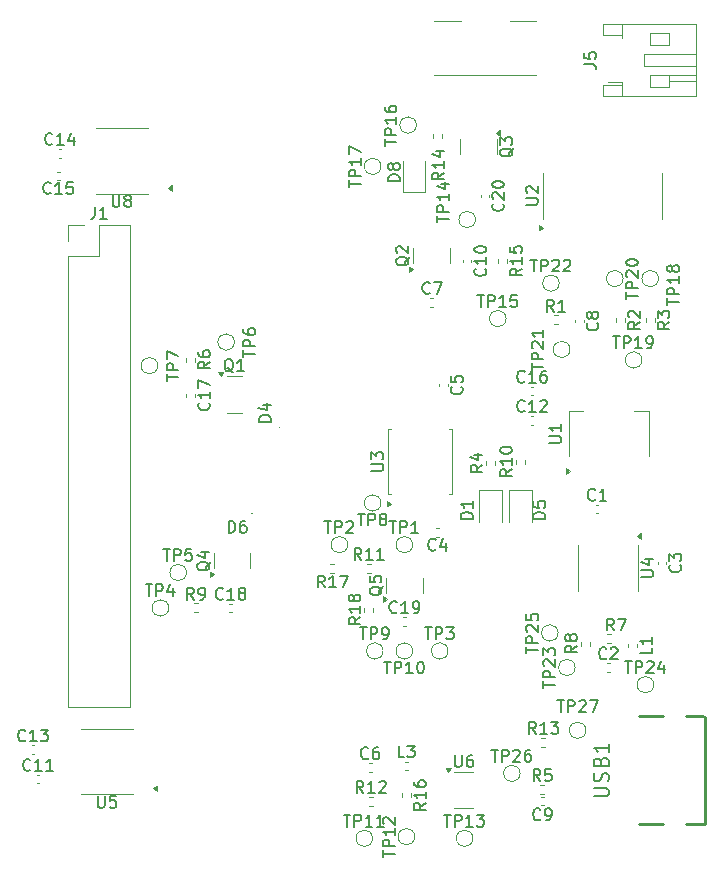
<source format=gbr>
%TF.GenerationSoftware,KiCad,Pcbnew,9.0.0*%
%TF.CreationDate,2025-04-09T21:52:16+02:00*%
%TF.ProjectId,Design-2,44657369-676e-42d3-922e-6b696361645f,v2.0*%
%TF.SameCoordinates,Original*%
%TF.FileFunction,Legend,Top*%
%TF.FilePolarity,Positive*%
%FSLAX46Y46*%
G04 Gerber Fmt 4.6, Leading zero omitted, Abs format (unit mm)*
G04 Created by KiCad (PCBNEW 9.0.0) date 2025-04-09 21:52:16*
%MOMM*%
%LPD*%
G01*
G04 APERTURE LIST*
%ADD10C,0.150000*%
%ADD11C,0.120000*%
%ADD12C,0.100000*%
%ADD13C,0.254000*%
G04 APERTURE END LIST*
D10*
X209846405Y-72180080D02*
X209846405Y-72894365D01*
X209846405Y-72894365D02*
X209798786Y-73037222D01*
X209798786Y-73037222D02*
X209703548Y-73132461D01*
X209703548Y-73132461D02*
X209560691Y-73180080D01*
X209560691Y-73180080D02*
X209465453Y-73180080D01*
X210846405Y-73180080D02*
X210274977Y-73180080D01*
X210560691Y-73180080D02*
X210560691Y-72180080D01*
X210560691Y-72180080D02*
X210465453Y-72322937D01*
X210465453Y-72322937D02*
X210370215Y-72418175D01*
X210370215Y-72418175D02*
X210274977Y-72465794D01*
X215904558Y-86882165D02*
X215904558Y-86310737D01*
X216904558Y-86596451D02*
X215904558Y-86596451D01*
X216904558Y-85977403D02*
X215904558Y-85977403D01*
X215904558Y-85977403D02*
X215904558Y-85596451D01*
X215904558Y-85596451D02*
X215952177Y-85501213D01*
X215952177Y-85501213D02*
X215999796Y-85453594D01*
X215999796Y-85453594D02*
X216095034Y-85405975D01*
X216095034Y-85405975D02*
X216237891Y-85405975D01*
X216237891Y-85405975D02*
X216333129Y-85453594D01*
X216333129Y-85453594D02*
X216380748Y-85501213D01*
X216380748Y-85501213D02*
X216428367Y-85596451D01*
X216428367Y-85596451D02*
X216428367Y-85977403D01*
X215904558Y-85072641D02*
X215904558Y-84405975D01*
X215904558Y-84405975D02*
X216904558Y-84834546D01*
X222404558Y-84882165D02*
X222404558Y-84310737D01*
X223404558Y-84596451D02*
X222404558Y-84596451D01*
X223404558Y-83977403D02*
X222404558Y-83977403D01*
X222404558Y-83977403D02*
X222404558Y-83596451D01*
X222404558Y-83596451D02*
X222452177Y-83501213D01*
X222452177Y-83501213D02*
X222499796Y-83453594D01*
X222499796Y-83453594D02*
X222595034Y-83405975D01*
X222595034Y-83405975D02*
X222737891Y-83405975D01*
X222737891Y-83405975D02*
X222833129Y-83453594D01*
X222833129Y-83453594D02*
X222880748Y-83501213D01*
X222880748Y-83501213D02*
X222928367Y-83596451D01*
X222928367Y-83596451D02*
X222928367Y-83977403D01*
X222404558Y-82548832D02*
X222404558Y-82739308D01*
X222404558Y-82739308D02*
X222452177Y-82834546D01*
X222452177Y-82834546D02*
X222499796Y-82882165D01*
X222499796Y-82882165D02*
X222642653Y-82977403D01*
X222642653Y-82977403D02*
X222833129Y-83025022D01*
X222833129Y-83025022D02*
X223214081Y-83025022D01*
X223214081Y-83025022D02*
X223309319Y-82977403D01*
X223309319Y-82977403D02*
X223356939Y-82929784D01*
X223356939Y-82929784D02*
X223404558Y-82834546D01*
X223404558Y-82834546D02*
X223404558Y-82644070D01*
X223404558Y-82644070D02*
X223356939Y-82548832D01*
X223356939Y-82548832D02*
X223309319Y-82501213D01*
X223309319Y-82501213D02*
X223214081Y-82453594D01*
X223214081Y-82453594D02*
X222975986Y-82453594D01*
X222975986Y-82453594D02*
X222880748Y-82501213D01*
X222880748Y-82501213D02*
X222833129Y-82548832D01*
X222833129Y-82548832D02*
X222785510Y-82644070D01*
X222785510Y-82644070D02*
X222785510Y-82834546D01*
X222785510Y-82834546D02*
X222833129Y-82929784D01*
X222833129Y-82929784D02*
X222880748Y-82977403D01*
X222880748Y-82977403D02*
X222975986Y-83025022D01*
X219469319Y-88763118D02*
X219516939Y-88810737D01*
X219516939Y-88810737D02*
X219564558Y-88953594D01*
X219564558Y-88953594D02*
X219564558Y-89048832D01*
X219564558Y-89048832D02*
X219516939Y-89191689D01*
X219516939Y-89191689D02*
X219421700Y-89286927D01*
X219421700Y-89286927D02*
X219326462Y-89334546D01*
X219326462Y-89334546D02*
X219135986Y-89382165D01*
X219135986Y-89382165D02*
X218993129Y-89382165D01*
X218993129Y-89382165D02*
X218802653Y-89334546D01*
X218802653Y-89334546D02*
X218707415Y-89286927D01*
X218707415Y-89286927D02*
X218612177Y-89191689D01*
X218612177Y-89191689D02*
X218564558Y-89048832D01*
X218564558Y-89048832D02*
X218564558Y-88953594D01*
X218564558Y-88953594D02*
X218612177Y-88810737D01*
X218612177Y-88810737D02*
X218659796Y-88763118D01*
X219564558Y-87810737D02*
X219564558Y-88382165D01*
X219564558Y-88096451D02*
X218564558Y-88096451D01*
X218564558Y-88096451D02*
X218707415Y-88191689D01*
X218707415Y-88191689D02*
X218802653Y-88286927D01*
X218802653Y-88286927D02*
X218850272Y-88382165D01*
X218564558Y-87477403D02*
X218564558Y-86810737D01*
X218564558Y-86810737D02*
X219564558Y-87239308D01*
X219574558Y-85286927D02*
X219098367Y-85620260D01*
X219574558Y-85858355D02*
X218574558Y-85858355D01*
X218574558Y-85858355D02*
X218574558Y-85477403D01*
X218574558Y-85477403D02*
X218622177Y-85382165D01*
X218622177Y-85382165D02*
X218669796Y-85334546D01*
X218669796Y-85334546D02*
X218765034Y-85286927D01*
X218765034Y-85286927D02*
X218907891Y-85286927D01*
X218907891Y-85286927D02*
X219003129Y-85334546D01*
X219003129Y-85334546D02*
X219050748Y-85382165D01*
X219050748Y-85382165D02*
X219098367Y-85477403D01*
X219098367Y-85477403D02*
X219098367Y-85858355D01*
X218574558Y-84429784D02*
X218574558Y-84620260D01*
X218574558Y-84620260D02*
X218622177Y-84715498D01*
X218622177Y-84715498D02*
X218669796Y-84763117D01*
X218669796Y-84763117D02*
X218812653Y-84858355D01*
X218812653Y-84858355D02*
X219003129Y-84905974D01*
X219003129Y-84905974D02*
X219384081Y-84905974D01*
X219384081Y-84905974D02*
X219479319Y-84858355D01*
X219479319Y-84858355D02*
X219526939Y-84810736D01*
X219526939Y-84810736D02*
X219574558Y-84715498D01*
X219574558Y-84715498D02*
X219574558Y-84525022D01*
X219574558Y-84525022D02*
X219526939Y-84429784D01*
X219526939Y-84429784D02*
X219479319Y-84382165D01*
X219479319Y-84382165D02*
X219384081Y-84334546D01*
X219384081Y-84334546D02*
X219145986Y-84334546D01*
X219145986Y-84334546D02*
X219050748Y-84382165D01*
X219050748Y-84382165D02*
X219003129Y-84429784D01*
X219003129Y-84429784D02*
X218955510Y-84525022D01*
X218955510Y-84525022D02*
X218955510Y-84715498D01*
X218955510Y-84715498D02*
X219003129Y-84810736D01*
X219003129Y-84810736D02*
X219050748Y-84858355D01*
X219050748Y-84858355D02*
X219145986Y-84905974D01*
X221547000Y-86175318D02*
X221451762Y-86127699D01*
X221451762Y-86127699D02*
X221356524Y-86032461D01*
X221356524Y-86032461D02*
X221213667Y-85889603D01*
X221213667Y-85889603D02*
X221118429Y-85841984D01*
X221118429Y-85841984D02*
X221023191Y-85841984D01*
X221070810Y-86080080D02*
X220975572Y-86032461D01*
X220975572Y-86032461D02*
X220880334Y-85937222D01*
X220880334Y-85937222D02*
X220832715Y-85746746D01*
X220832715Y-85746746D02*
X220832715Y-85413413D01*
X220832715Y-85413413D02*
X220880334Y-85222937D01*
X220880334Y-85222937D02*
X220975572Y-85127699D01*
X220975572Y-85127699D02*
X221070810Y-85080080D01*
X221070810Y-85080080D02*
X221261286Y-85080080D01*
X221261286Y-85080080D02*
X221356524Y-85127699D01*
X221356524Y-85127699D02*
X221451762Y-85222937D01*
X221451762Y-85222937D02*
X221499381Y-85413413D01*
X221499381Y-85413413D02*
X221499381Y-85746746D01*
X221499381Y-85746746D02*
X221451762Y-85937222D01*
X221451762Y-85937222D02*
X221356524Y-86032461D01*
X221356524Y-86032461D02*
X221261286Y-86080080D01*
X221261286Y-86080080D02*
X221070810Y-86080080D01*
X222451762Y-86080080D02*
X221880334Y-86080080D01*
X222166048Y-86080080D02*
X222166048Y-85080080D01*
X222166048Y-85080080D02*
X222070810Y-85222937D01*
X222070810Y-85222937D02*
X221975572Y-85318175D01*
X221975572Y-85318175D02*
X221880334Y-85365794D01*
X229275584Y-98782008D02*
X229847012Y-98782008D01*
X229561298Y-99782008D02*
X229561298Y-98782008D01*
X230180346Y-99782008D02*
X230180346Y-98782008D01*
X230180346Y-98782008D02*
X230561298Y-98782008D01*
X230561298Y-98782008D02*
X230656536Y-98829627D01*
X230656536Y-98829627D02*
X230704155Y-98877246D01*
X230704155Y-98877246D02*
X230751774Y-98972484D01*
X230751774Y-98972484D02*
X230751774Y-99115341D01*
X230751774Y-99115341D02*
X230704155Y-99210579D01*
X230704155Y-99210579D02*
X230656536Y-99258198D01*
X230656536Y-99258198D02*
X230561298Y-99305817D01*
X230561298Y-99305817D02*
X230180346Y-99305817D01*
X231132727Y-98877246D02*
X231180346Y-98829627D01*
X231180346Y-98829627D02*
X231275584Y-98782008D01*
X231275584Y-98782008D02*
X231513679Y-98782008D01*
X231513679Y-98782008D02*
X231608917Y-98829627D01*
X231608917Y-98829627D02*
X231656536Y-98877246D01*
X231656536Y-98877246D02*
X231704155Y-98972484D01*
X231704155Y-98972484D02*
X231704155Y-99067722D01*
X231704155Y-99067722D02*
X231656536Y-99210579D01*
X231656536Y-99210579D02*
X231085108Y-99782008D01*
X231085108Y-99782008D02*
X231704155Y-99782008D01*
X254811558Y-79988533D02*
X254811558Y-79417105D01*
X255811558Y-79702819D02*
X254811558Y-79702819D01*
X255811558Y-79083771D02*
X254811558Y-79083771D01*
X254811558Y-79083771D02*
X254811558Y-78702819D01*
X254811558Y-78702819D02*
X254859177Y-78607581D01*
X254859177Y-78607581D02*
X254906796Y-78559962D01*
X254906796Y-78559962D02*
X255002034Y-78512343D01*
X255002034Y-78512343D02*
X255144891Y-78512343D01*
X255144891Y-78512343D02*
X255240129Y-78559962D01*
X255240129Y-78559962D02*
X255287748Y-78607581D01*
X255287748Y-78607581D02*
X255335367Y-78702819D01*
X255335367Y-78702819D02*
X255335367Y-79083771D01*
X254906796Y-78131390D02*
X254859177Y-78083771D01*
X254859177Y-78083771D02*
X254811558Y-77988533D01*
X254811558Y-77988533D02*
X254811558Y-77750438D01*
X254811558Y-77750438D02*
X254859177Y-77655200D01*
X254859177Y-77655200D02*
X254906796Y-77607581D01*
X254906796Y-77607581D02*
X255002034Y-77559962D01*
X255002034Y-77559962D02*
X255097272Y-77559962D01*
X255097272Y-77559962D02*
X255240129Y-77607581D01*
X255240129Y-77607581D02*
X255811558Y-78179009D01*
X255811558Y-78179009D02*
X255811558Y-77559962D01*
X254811558Y-76940914D02*
X254811558Y-76845676D01*
X254811558Y-76845676D02*
X254859177Y-76750438D01*
X254859177Y-76750438D02*
X254906796Y-76702819D01*
X254906796Y-76702819D02*
X255002034Y-76655200D01*
X255002034Y-76655200D02*
X255192510Y-76607581D01*
X255192510Y-76607581D02*
X255430605Y-76607581D01*
X255430605Y-76607581D02*
X255621081Y-76655200D01*
X255621081Y-76655200D02*
X255716319Y-76702819D01*
X255716319Y-76702819D02*
X255763939Y-76750438D01*
X255763939Y-76750438D02*
X255811558Y-76845676D01*
X255811558Y-76845676D02*
X255811558Y-76940914D01*
X255811558Y-76940914D02*
X255763939Y-77036152D01*
X255763939Y-77036152D02*
X255716319Y-77083771D01*
X255716319Y-77083771D02*
X255621081Y-77131390D01*
X255621081Y-77131390D02*
X255430605Y-77179009D01*
X255430605Y-77179009D02*
X255192510Y-77179009D01*
X255192510Y-77179009D02*
X255002034Y-77131390D01*
X255002034Y-77131390D02*
X254906796Y-77083771D01*
X254906796Y-77083771D02*
X254859177Y-77036152D01*
X254859177Y-77036152D02*
X254811558Y-76940914D01*
X239404558Y-69278118D02*
X238928367Y-69611451D01*
X239404558Y-69849546D02*
X238404558Y-69849546D01*
X238404558Y-69849546D02*
X238404558Y-69468594D01*
X238404558Y-69468594D02*
X238452177Y-69373356D01*
X238452177Y-69373356D02*
X238499796Y-69325737D01*
X238499796Y-69325737D02*
X238595034Y-69278118D01*
X238595034Y-69278118D02*
X238737891Y-69278118D01*
X238737891Y-69278118D02*
X238833129Y-69325737D01*
X238833129Y-69325737D02*
X238880748Y-69373356D01*
X238880748Y-69373356D02*
X238928367Y-69468594D01*
X238928367Y-69468594D02*
X238928367Y-69849546D01*
X239404558Y-68325737D02*
X239404558Y-68897165D01*
X239404558Y-68611451D02*
X238404558Y-68611451D01*
X238404558Y-68611451D02*
X238547415Y-68706689D01*
X238547415Y-68706689D02*
X238642653Y-68801927D01*
X238642653Y-68801927D02*
X238690272Y-68897165D01*
X238737891Y-67468594D02*
X239404558Y-67468594D01*
X238356939Y-67706689D02*
X239071224Y-67944784D01*
X239071224Y-67944784D02*
X239071224Y-67325737D01*
X219599796Y-102230499D02*
X219552177Y-102325737D01*
X219552177Y-102325737D02*
X219456939Y-102420975D01*
X219456939Y-102420975D02*
X219314081Y-102563832D01*
X219314081Y-102563832D02*
X219266462Y-102659070D01*
X219266462Y-102659070D02*
X219266462Y-102754308D01*
X219504558Y-102706689D02*
X219456939Y-102801927D01*
X219456939Y-102801927D02*
X219361700Y-102897165D01*
X219361700Y-102897165D02*
X219171224Y-102944784D01*
X219171224Y-102944784D02*
X218837891Y-102944784D01*
X218837891Y-102944784D02*
X218647415Y-102897165D01*
X218647415Y-102897165D02*
X218552177Y-102801927D01*
X218552177Y-102801927D02*
X218504558Y-102706689D01*
X218504558Y-102706689D02*
X218504558Y-102516213D01*
X218504558Y-102516213D02*
X218552177Y-102420975D01*
X218552177Y-102420975D02*
X218647415Y-102325737D01*
X218647415Y-102325737D02*
X218837891Y-102278118D01*
X218837891Y-102278118D02*
X219171224Y-102278118D01*
X219171224Y-102278118D02*
X219361700Y-102325737D01*
X219361700Y-102325737D02*
X219456939Y-102420975D01*
X219456939Y-102420975D02*
X219504558Y-102516213D01*
X219504558Y-102516213D02*
X219504558Y-102706689D01*
X218837891Y-101420975D02*
X219504558Y-101420975D01*
X218456939Y-101659070D02*
X219171224Y-101897165D01*
X219171224Y-101897165D02*
X219171224Y-101278118D01*
X232092834Y-98150580D02*
X232664262Y-98150580D01*
X232378548Y-99150580D02*
X232378548Y-98150580D01*
X232997596Y-99150580D02*
X232997596Y-98150580D01*
X232997596Y-98150580D02*
X233378548Y-98150580D01*
X233378548Y-98150580D02*
X233473786Y-98198199D01*
X233473786Y-98198199D02*
X233521405Y-98245818D01*
X233521405Y-98245818D02*
X233569024Y-98341056D01*
X233569024Y-98341056D02*
X233569024Y-98483913D01*
X233569024Y-98483913D02*
X233521405Y-98579151D01*
X233521405Y-98579151D02*
X233473786Y-98626770D01*
X233473786Y-98626770D02*
X233378548Y-98674389D01*
X233378548Y-98674389D02*
X232997596Y-98674389D01*
X234140453Y-98579151D02*
X234045215Y-98531532D01*
X234045215Y-98531532D02*
X233997596Y-98483913D01*
X233997596Y-98483913D02*
X233949977Y-98388675D01*
X233949977Y-98388675D02*
X233949977Y-98341056D01*
X233949977Y-98341056D02*
X233997596Y-98245818D01*
X233997596Y-98245818D02*
X234045215Y-98198199D01*
X234045215Y-98198199D02*
X234140453Y-98150580D01*
X234140453Y-98150580D02*
X234330929Y-98150580D01*
X234330929Y-98150580D02*
X234426167Y-98198199D01*
X234426167Y-98198199D02*
X234473786Y-98245818D01*
X234473786Y-98245818D02*
X234521405Y-98341056D01*
X234521405Y-98341056D02*
X234521405Y-98388675D01*
X234521405Y-98388675D02*
X234473786Y-98483913D01*
X234473786Y-98483913D02*
X234426167Y-98531532D01*
X234426167Y-98531532D02*
X234330929Y-98579151D01*
X234330929Y-98579151D02*
X234140453Y-98579151D01*
X234140453Y-98579151D02*
X234045215Y-98626770D01*
X234045215Y-98626770D02*
X233997596Y-98674389D01*
X233997596Y-98674389D02*
X233949977Y-98769627D01*
X233949977Y-98769627D02*
X233949977Y-98960103D01*
X233949977Y-98960103D02*
X233997596Y-99055341D01*
X233997596Y-99055341D02*
X234045215Y-99102961D01*
X234045215Y-99102961D02*
X234140453Y-99150580D01*
X234140453Y-99150580D02*
X234330929Y-99150580D01*
X234330929Y-99150580D02*
X234426167Y-99102961D01*
X234426167Y-99102961D02*
X234473786Y-99055341D01*
X234473786Y-99055341D02*
X234521405Y-98960103D01*
X234521405Y-98960103D02*
X234521405Y-98769627D01*
X234521405Y-98769627D02*
X234473786Y-98674389D01*
X234473786Y-98674389D02*
X234426167Y-98626770D01*
X234426167Y-98626770D02*
X234330929Y-98579151D01*
X233239558Y-94509665D02*
X234049081Y-94509665D01*
X234049081Y-94509665D02*
X234144319Y-94462046D01*
X234144319Y-94462046D02*
X234191939Y-94414427D01*
X234191939Y-94414427D02*
X234239558Y-94319189D01*
X234239558Y-94319189D02*
X234239558Y-94128713D01*
X234239558Y-94128713D02*
X234191939Y-94033475D01*
X234191939Y-94033475D02*
X234144319Y-93985856D01*
X234144319Y-93985856D02*
X234049081Y-93938237D01*
X234049081Y-93938237D02*
X233239558Y-93938237D01*
X233239558Y-93557284D02*
X233239558Y-92938237D01*
X233239558Y-92938237D02*
X233620510Y-93271570D01*
X233620510Y-93271570D02*
X233620510Y-93128713D01*
X233620510Y-93128713D02*
X233668129Y-93033475D01*
X233668129Y-93033475D02*
X233715748Y-92985856D01*
X233715748Y-92985856D02*
X233810986Y-92938237D01*
X233810986Y-92938237D02*
X234049081Y-92938237D01*
X234049081Y-92938237D02*
X234144319Y-92985856D01*
X234144319Y-92985856D02*
X234191939Y-93033475D01*
X234191939Y-93033475D02*
X234239558Y-93128713D01*
X234239558Y-93128713D02*
X234239558Y-93414427D01*
X234239558Y-93414427D02*
X234191939Y-93509665D01*
X234191939Y-93509665D02*
X234144319Y-93557284D01*
X248974244Y-113948180D02*
X249545672Y-113948180D01*
X249259958Y-114948180D02*
X249259958Y-113948180D01*
X249879006Y-114948180D02*
X249879006Y-113948180D01*
X249879006Y-113948180D02*
X250259958Y-113948180D01*
X250259958Y-113948180D02*
X250355196Y-113995799D01*
X250355196Y-113995799D02*
X250402815Y-114043418D01*
X250402815Y-114043418D02*
X250450434Y-114138656D01*
X250450434Y-114138656D02*
X250450434Y-114281513D01*
X250450434Y-114281513D02*
X250402815Y-114376751D01*
X250402815Y-114376751D02*
X250355196Y-114424370D01*
X250355196Y-114424370D02*
X250259958Y-114471989D01*
X250259958Y-114471989D02*
X249879006Y-114471989D01*
X250831387Y-114043418D02*
X250879006Y-113995799D01*
X250879006Y-113995799D02*
X250974244Y-113948180D01*
X250974244Y-113948180D02*
X251212339Y-113948180D01*
X251212339Y-113948180D02*
X251307577Y-113995799D01*
X251307577Y-113995799D02*
X251355196Y-114043418D01*
X251355196Y-114043418D02*
X251402815Y-114138656D01*
X251402815Y-114138656D02*
X251402815Y-114233894D01*
X251402815Y-114233894D02*
X251355196Y-114376751D01*
X251355196Y-114376751D02*
X250783768Y-114948180D01*
X250783768Y-114948180D02*
X251402815Y-114948180D01*
X251736149Y-113948180D02*
X252402815Y-113948180D01*
X252402815Y-113948180D02*
X251974244Y-114948180D01*
X236454796Y-76408177D02*
X236407177Y-76503415D01*
X236407177Y-76503415D02*
X236311939Y-76598653D01*
X236311939Y-76598653D02*
X236169081Y-76741510D01*
X236169081Y-76741510D02*
X236121462Y-76836748D01*
X236121462Y-76836748D02*
X236121462Y-76931986D01*
X236359558Y-76884367D02*
X236311939Y-76979605D01*
X236311939Y-76979605D02*
X236216700Y-77074843D01*
X236216700Y-77074843D02*
X236026224Y-77122462D01*
X236026224Y-77122462D02*
X235692891Y-77122462D01*
X235692891Y-77122462D02*
X235502415Y-77074843D01*
X235502415Y-77074843D02*
X235407177Y-76979605D01*
X235407177Y-76979605D02*
X235359558Y-76884367D01*
X235359558Y-76884367D02*
X235359558Y-76693891D01*
X235359558Y-76693891D02*
X235407177Y-76598653D01*
X235407177Y-76598653D02*
X235502415Y-76503415D01*
X235502415Y-76503415D02*
X235692891Y-76455796D01*
X235692891Y-76455796D02*
X236026224Y-76455796D01*
X236026224Y-76455796D02*
X236216700Y-76503415D01*
X236216700Y-76503415D02*
X236311939Y-76598653D01*
X236311939Y-76598653D02*
X236359558Y-76693891D01*
X236359558Y-76693891D02*
X236359558Y-76884367D01*
X235454796Y-76074843D02*
X235407177Y-76027224D01*
X235407177Y-76027224D02*
X235359558Y-75931986D01*
X235359558Y-75931986D02*
X235359558Y-75693891D01*
X235359558Y-75693891D02*
X235407177Y-75598653D01*
X235407177Y-75598653D02*
X235454796Y-75551034D01*
X235454796Y-75551034D02*
X235550034Y-75503415D01*
X235550034Y-75503415D02*
X235645272Y-75503415D01*
X235645272Y-75503415D02*
X235788129Y-75551034D01*
X235788129Y-75551034D02*
X236359558Y-76122462D01*
X236359558Y-76122462D02*
X236359558Y-75503415D01*
X245139558Y-94390796D02*
X244663367Y-94724129D01*
X245139558Y-94962224D02*
X244139558Y-94962224D01*
X244139558Y-94962224D02*
X244139558Y-94581272D01*
X244139558Y-94581272D02*
X244187177Y-94486034D01*
X244187177Y-94486034D02*
X244234796Y-94438415D01*
X244234796Y-94438415D02*
X244330034Y-94390796D01*
X244330034Y-94390796D02*
X244472891Y-94390796D01*
X244472891Y-94390796D02*
X244568129Y-94438415D01*
X244568129Y-94438415D02*
X244615748Y-94486034D01*
X244615748Y-94486034D02*
X244663367Y-94581272D01*
X244663367Y-94581272D02*
X244663367Y-94962224D01*
X245139558Y-93438415D02*
X245139558Y-94009843D01*
X245139558Y-93724129D02*
X244139558Y-93724129D01*
X244139558Y-93724129D02*
X244282415Y-93819367D01*
X244282415Y-93819367D02*
X244377653Y-93914605D01*
X244377653Y-93914605D02*
X244425272Y-94009843D01*
X244139558Y-92819367D02*
X244139558Y-92724129D01*
X244139558Y-92724129D02*
X244187177Y-92628891D01*
X244187177Y-92628891D02*
X244234796Y-92581272D01*
X244234796Y-92581272D02*
X244330034Y-92533653D01*
X244330034Y-92533653D02*
X244520510Y-92486034D01*
X244520510Y-92486034D02*
X244758605Y-92486034D01*
X244758605Y-92486034D02*
X244949081Y-92533653D01*
X244949081Y-92533653D02*
X245044319Y-92581272D01*
X245044319Y-92581272D02*
X245091939Y-92628891D01*
X245091939Y-92628891D02*
X245139558Y-92724129D01*
X245139558Y-92724129D02*
X245139558Y-92819367D01*
X245139558Y-92819367D02*
X245091939Y-92914605D01*
X245091939Y-92914605D02*
X245044319Y-92962224D01*
X245044319Y-92962224D02*
X244949081Y-93009843D01*
X244949081Y-93009843D02*
X244758605Y-93057462D01*
X244758605Y-93057462D02*
X244520510Y-93057462D01*
X244520510Y-93057462D02*
X244330034Y-93009843D01*
X244330034Y-93009843D02*
X244234796Y-92962224D01*
X244234796Y-92962224D02*
X244187177Y-92914605D01*
X244187177Y-92914605D02*
X244139558Y-92819367D01*
X252188072Y-96950019D02*
X252140453Y-96997639D01*
X252140453Y-96997639D02*
X251997596Y-97045258D01*
X251997596Y-97045258D02*
X251902358Y-97045258D01*
X251902358Y-97045258D02*
X251759501Y-96997639D01*
X251759501Y-96997639D02*
X251664263Y-96902400D01*
X251664263Y-96902400D02*
X251616644Y-96807162D01*
X251616644Y-96807162D02*
X251569025Y-96616686D01*
X251569025Y-96616686D02*
X251569025Y-96473829D01*
X251569025Y-96473829D02*
X251616644Y-96283353D01*
X251616644Y-96283353D02*
X251664263Y-96188115D01*
X251664263Y-96188115D02*
X251759501Y-96092877D01*
X251759501Y-96092877D02*
X251902358Y-96045258D01*
X251902358Y-96045258D02*
X251997596Y-96045258D01*
X251997596Y-96045258D02*
X252140453Y-96092877D01*
X252140453Y-96092877D02*
X252188072Y-96140496D01*
X253140453Y-97045258D02*
X252569025Y-97045258D01*
X252854739Y-97045258D02*
X252854739Y-96045258D01*
X252854739Y-96045258D02*
X252759501Y-96188115D01*
X252759501Y-96188115D02*
X252664263Y-96283353D01*
X252664263Y-96283353D02*
X252569025Y-96330972D01*
X206239381Y-66834841D02*
X206191762Y-66882461D01*
X206191762Y-66882461D02*
X206048905Y-66930080D01*
X206048905Y-66930080D02*
X205953667Y-66930080D01*
X205953667Y-66930080D02*
X205810810Y-66882461D01*
X205810810Y-66882461D02*
X205715572Y-66787222D01*
X205715572Y-66787222D02*
X205667953Y-66691984D01*
X205667953Y-66691984D02*
X205620334Y-66501508D01*
X205620334Y-66501508D02*
X205620334Y-66358651D01*
X205620334Y-66358651D02*
X205667953Y-66168175D01*
X205667953Y-66168175D02*
X205715572Y-66072937D01*
X205715572Y-66072937D02*
X205810810Y-65977699D01*
X205810810Y-65977699D02*
X205953667Y-65930080D01*
X205953667Y-65930080D02*
X206048905Y-65930080D01*
X206048905Y-65930080D02*
X206191762Y-65977699D01*
X206191762Y-65977699D02*
X206239381Y-66025318D01*
X207191762Y-66930080D02*
X206620334Y-66930080D01*
X206906048Y-66930080D02*
X206906048Y-65930080D01*
X206906048Y-65930080D02*
X206810810Y-66072937D01*
X206810810Y-66072937D02*
X206715572Y-66168175D01*
X206715572Y-66168175D02*
X206620334Y-66215794D01*
X208048905Y-66263413D02*
X208048905Y-66930080D01*
X207810810Y-65882461D02*
X207572715Y-66596746D01*
X207572715Y-66596746D02*
X208191762Y-66596746D01*
X248688072Y-81035258D02*
X248354739Y-80559067D01*
X248116644Y-81035258D02*
X248116644Y-80035258D01*
X248116644Y-80035258D02*
X248497596Y-80035258D01*
X248497596Y-80035258D02*
X248592834Y-80082877D01*
X248592834Y-80082877D02*
X248640453Y-80130496D01*
X248640453Y-80130496D02*
X248688072Y-80225734D01*
X248688072Y-80225734D02*
X248688072Y-80368591D01*
X248688072Y-80368591D02*
X248640453Y-80463829D01*
X248640453Y-80463829D02*
X248592834Y-80511448D01*
X248592834Y-80511448D02*
X248497596Y-80559067D01*
X248497596Y-80559067D02*
X248116644Y-80559067D01*
X249640453Y-81035258D02*
X249069025Y-81035258D01*
X249354739Y-81035258D02*
X249354739Y-80035258D01*
X249354739Y-80035258D02*
X249259501Y-80178115D01*
X249259501Y-80178115D02*
X249164263Y-80273353D01*
X249164263Y-80273353D02*
X249069025Y-80320972D01*
X234187546Y-104307927D02*
X234139927Y-104403165D01*
X234139927Y-104403165D02*
X234044689Y-104498403D01*
X234044689Y-104498403D02*
X233901831Y-104641260D01*
X233901831Y-104641260D02*
X233854212Y-104736498D01*
X233854212Y-104736498D02*
X233854212Y-104831736D01*
X234092308Y-104784117D02*
X234044689Y-104879355D01*
X234044689Y-104879355D02*
X233949450Y-104974593D01*
X233949450Y-104974593D02*
X233758974Y-105022212D01*
X233758974Y-105022212D02*
X233425641Y-105022212D01*
X233425641Y-105022212D02*
X233235165Y-104974593D01*
X233235165Y-104974593D02*
X233139927Y-104879355D01*
X233139927Y-104879355D02*
X233092308Y-104784117D01*
X233092308Y-104784117D02*
X233092308Y-104593641D01*
X233092308Y-104593641D02*
X233139927Y-104498403D01*
X233139927Y-104498403D02*
X233235165Y-104403165D01*
X233235165Y-104403165D02*
X233425641Y-104355546D01*
X233425641Y-104355546D02*
X233758974Y-104355546D01*
X233758974Y-104355546D02*
X233949450Y-104403165D01*
X233949450Y-104403165D02*
X234044689Y-104498403D01*
X234044689Y-104498403D02*
X234092308Y-104593641D01*
X234092308Y-104593641D02*
X234092308Y-104784117D01*
X233092308Y-103450784D02*
X233092308Y-103926974D01*
X233092308Y-103926974D02*
X233568498Y-103974593D01*
X233568498Y-103974593D02*
X233520879Y-103926974D01*
X233520879Y-103926974D02*
X233473260Y-103831736D01*
X233473260Y-103831736D02*
X233473260Y-103593641D01*
X233473260Y-103593641D02*
X233520879Y-103498403D01*
X233520879Y-103498403D02*
X233568498Y-103450784D01*
X233568498Y-103450784D02*
X233663736Y-103403165D01*
X233663736Y-103403165D02*
X233901831Y-103403165D01*
X233901831Y-103403165D02*
X233997069Y-103450784D01*
X233997069Y-103450784D02*
X234044689Y-103498403D01*
X234044689Y-103498403D02*
X234092308Y-103593641D01*
X234092308Y-103593641D02*
X234092308Y-103831736D01*
X234092308Y-103831736D02*
X234044689Y-103926974D01*
X234044689Y-103926974D02*
X233997069Y-103974593D01*
X232394631Y-102060008D02*
X232061298Y-101583817D01*
X231823203Y-102060008D02*
X231823203Y-101060008D01*
X231823203Y-101060008D02*
X232204155Y-101060008D01*
X232204155Y-101060008D02*
X232299393Y-101107627D01*
X232299393Y-101107627D02*
X232347012Y-101155246D01*
X232347012Y-101155246D02*
X232394631Y-101250484D01*
X232394631Y-101250484D02*
X232394631Y-101393341D01*
X232394631Y-101393341D02*
X232347012Y-101488579D01*
X232347012Y-101488579D02*
X232299393Y-101536198D01*
X232299393Y-101536198D02*
X232204155Y-101583817D01*
X232204155Y-101583817D02*
X231823203Y-101583817D01*
X233347012Y-102060008D02*
X232775584Y-102060008D01*
X233061298Y-102060008D02*
X233061298Y-101060008D01*
X233061298Y-101060008D02*
X232966060Y-101202865D01*
X232966060Y-101202865D02*
X232870822Y-101298103D01*
X232870822Y-101298103D02*
X232775584Y-101345722D01*
X234299393Y-102060008D02*
X233727965Y-102060008D01*
X234013679Y-102060008D02*
X234013679Y-101060008D01*
X234013679Y-101060008D02*
X233918441Y-101202865D01*
X233918441Y-101202865D02*
X233823203Y-101298103D01*
X233823203Y-101298103D02*
X233727965Y-101345722D01*
X204374381Y-119834841D02*
X204326762Y-119882461D01*
X204326762Y-119882461D02*
X204183905Y-119930080D01*
X204183905Y-119930080D02*
X204088667Y-119930080D01*
X204088667Y-119930080D02*
X203945810Y-119882461D01*
X203945810Y-119882461D02*
X203850572Y-119787222D01*
X203850572Y-119787222D02*
X203802953Y-119691984D01*
X203802953Y-119691984D02*
X203755334Y-119501508D01*
X203755334Y-119501508D02*
X203755334Y-119358651D01*
X203755334Y-119358651D02*
X203802953Y-119168175D01*
X203802953Y-119168175D02*
X203850572Y-119072937D01*
X203850572Y-119072937D02*
X203945810Y-118977699D01*
X203945810Y-118977699D02*
X204088667Y-118930080D01*
X204088667Y-118930080D02*
X204183905Y-118930080D01*
X204183905Y-118930080D02*
X204326762Y-118977699D01*
X204326762Y-118977699D02*
X204374381Y-119025318D01*
X205326762Y-119930080D02*
X204755334Y-119930080D01*
X205041048Y-119930080D02*
X205041048Y-118930080D01*
X205041048Y-118930080D02*
X204945810Y-119072937D01*
X204945810Y-119072937D02*
X204850572Y-119168175D01*
X204850572Y-119168175D02*
X204755334Y-119215794D01*
X206279143Y-119930080D02*
X205707715Y-119930080D01*
X205993429Y-119930080D02*
X205993429Y-118930080D01*
X205993429Y-118930080D02*
X205898191Y-119072937D01*
X205898191Y-119072937D02*
X205802953Y-119168175D01*
X205802953Y-119168175D02*
X205707715Y-119215794D01*
X238809558Y-73488533D02*
X238809558Y-72917105D01*
X239809558Y-73202819D02*
X238809558Y-73202819D01*
X239809558Y-72583771D02*
X238809558Y-72583771D01*
X238809558Y-72583771D02*
X238809558Y-72202819D01*
X238809558Y-72202819D02*
X238857177Y-72107581D01*
X238857177Y-72107581D02*
X238904796Y-72059962D01*
X238904796Y-72059962D02*
X239000034Y-72012343D01*
X239000034Y-72012343D02*
X239142891Y-72012343D01*
X239142891Y-72012343D02*
X239238129Y-72059962D01*
X239238129Y-72059962D02*
X239285748Y-72107581D01*
X239285748Y-72107581D02*
X239333367Y-72202819D01*
X239333367Y-72202819D02*
X239333367Y-72583771D01*
X239809558Y-71059962D02*
X239809558Y-71631390D01*
X239809558Y-71345676D02*
X238809558Y-71345676D01*
X238809558Y-71345676D02*
X238952415Y-71440914D01*
X238952415Y-71440914D02*
X239047653Y-71536152D01*
X239047653Y-71536152D02*
X239095272Y-71631390D01*
X239142891Y-70202819D02*
X239809558Y-70202819D01*
X238761939Y-70440914D02*
X239476224Y-70679009D01*
X239476224Y-70679009D02*
X239476224Y-70059962D01*
X255979558Y-81917105D02*
X255503367Y-82250438D01*
X255979558Y-82488533D02*
X254979558Y-82488533D01*
X254979558Y-82488533D02*
X254979558Y-82107581D01*
X254979558Y-82107581D02*
X255027177Y-82012343D01*
X255027177Y-82012343D02*
X255074796Y-81964724D01*
X255074796Y-81964724D02*
X255170034Y-81917105D01*
X255170034Y-81917105D02*
X255312891Y-81917105D01*
X255312891Y-81917105D02*
X255408129Y-81964724D01*
X255408129Y-81964724D02*
X255455748Y-82012343D01*
X255455748Y-82012343D02*
X255503367Y-82107581D01*
X255503367Y-82107581D02*
X255503367Y-82488533D01*
X255074796Y-81536152D02*
X255027177Y-81488533D01*
X255027177Y-81488533D02*
X254979558Y-81393295D01*
X254979558Y-81393295D02*
X254979558Y-81155200D01*
X254979558Y-81155200D02*
X255027177Y-81059962D01*
X255027177Y-81059962D02*
X255074796Y-81012343D01*
X255074796Y-81012343D02*
X255170034Y-80964724D01*
X255170034Y-80964724D02*
X255265272Y-80964724D01*
X255265272Y-80964724D02*
X255408129Y-81012343D01*
X255408129Y-81012343D02*
X255979558Y-81583771D01*
X255979558Y-81583771D02*
X255979558Y-80964724D01*
X220676881Y-105334841D02*
X220629262Y-105382461D01*
X220629262Y-105382461D02*
X220486405Y-105430080D01*
X220486405Y-105430080D02*
X220391167Y-105430080D01*
X220391167Y-105430080D02*
X220248310Y-105382461D01*
X220248310Y-105382461D02*
X220153072Y-105287222D01*
X220153072Y-105287222D02*
X220105453Y-105191984D01*
X220105453Y-105191984D02*
X220057834Y-105001508D01*
X220057834Y-105001508D02*
X220057834Y-104858651D01*
X220057834Y-104858651D02*
X220105453Y-104668175D01*
X220105453Y-104668175D02*
X220153072Y-104572937D01*
X220153072Y-104572937D02*
X220248310Y-104477699D01*
X220248310Y-104477699D02*
X220391167Y-104430080D01*
X220391167Y-104430080D02*
X220486405Y-104430080D01*
X220486405Y-104430080D02*
X220629262Y-104477699D01*
X220629262Y-104477699D02*
X220676881Y-104525318D01*
X221629262Y-105430080D02*
X221057834Y-105430080D01*
X221343548Y-105430080D02*
X221343548Y-104430080D01*
X221343548Y-104430080D02*
X221248310Y-104572937D01*
X221248310Y-104572937D02*
X221153072Y-104668175D01*
X221153072Y-104668175D02*
X221057834Y-104715794D01*
X222200691Y-104858651D02*
X222105453Y-104811032D01*
X222105453Y-104811032D02*
X222057834Y-104763413D01*
X222057834Y-104763413D02*
X222010215Y-104668175D01*
X222010215Y-104668175D02*
X222010215Y-104620556D01*
X222010215Y-104620556D02*
X222057834Y-104525318D01*
X222057834Y-104525318D02*
X222105453Y-104477699D01*
X222105453Y-104477699D02*
X222200691Y-104430080D01*
X222200691Y-104430080D02*
X222391167Y-104430080D01*
X222391167Y-104430080D02*
X222486405Y-104477699D01*
X222486405Y-104477699D02*
X222534024Y-104525318D01*
X222534024Y-104525318D02*
X222581643Y-104620556D01*
X222581643Y-104620556D02*
X222581643Y-104668175D01*
X222581643Y-104668175D02*
X222534024Y-104763413D01*
X222534024Y-104763413D02*
X222486405Y-104811032D01*
X222486405Y-104811032D02*
X222391167Y-104858651D01*
X222391167Y-104858651D02*
X222200691Y-104858651D01*
X222200691Y-104858651D02*
X222105453Y-104906270D01*
X222105453Y-104906270D02*
X222057834Y-104953889D01*
X222057834Y-104953889D02*
X222010215Y-105049127D01*
X222010215Y-105049127D02*
X222010215Y-105239603D01*
X222010215Y-105239603D02*
X222057834Y-105334841D01*
X222057834Y-105334841D02*
X222105453Y-105382461D01*
X222105453Y-105382461D02*
X222200691Y-105430080D01*
X222200691Y-105430080D02*
X222391167Y-105430080D01*
X222391167Y-105430080D02*
X222486405Y-105382461D01*
X222486405Y-105382461D02*
X222534024Y-105334841D01*
X222534024Y-105334841D02*
X222581643Y-105239603D01*
X222581643Y-105239603D02*
X222581643Y-105049127D01*
X222581643Y-105049127D02*
X222534024Y-104953889D01*
X222534024Y-104953889D02*
X222486405Y-104906270D01*
X222486405Y-104906270D02*
X222391167Y-104858651D01*
X242874319Y-77393296D02*
X242921939Y-77440915D01*
X242921939Y-77440915D02*
X242969558Y-77583772D01*
X242969558Y-77583772D02*
X242969558Y-77679010D01*
X242969558Y-77679010D02*
X242921939Y-77821867D01*
X242921939Y-77821867D02*
X242826700Y-77917105D01*
X242826700Y-77917105D02*
X242731462Y-77964724D01*
X242731462Y-77964724D02*
X242540986Y-78012343D01*
X242540986Y-78012343D02*
X242398129Y-78012343D01*
X242398129Y-78012343D02*
X242207653Y-77964724D01*
X242207653Y-77964724D02*
X242112415Y-77917105D01*
X242112415Y-77917105D02*
X242017177Y-77821867D01*
X242017177Y-77821867D02*
X241969558Y-77679010D01*
X241969558Y-77679010D02*
X241969558Y-77583772D01*
X241969558Y-77583772D02*
X242017177Y-77440915D01*
X242017177Y-77440915D02*
X242064796Y-77393296D01*
X242969558Y-76440915D02*
X242969558Y-77012343D01*
X242969558Y-76726629D02*
X241969558Y-76726629D01*
X241969558Y-76726629D02*
X242112415Y-76821867D01*
X242112415Y-76821867D02*
X242207653Y-76917105D01*
X242207653Y-76917105D02*
X242255272Y-77012343D01*
X241969558Y-75821867D02*
X241969558Y-75726629D01*
X241969558Y-75726629D02*
X242017177Y-75631391D01*
X242017177Y-75631391D02*
X242064796Y-75583772D01*
X242064796Y-75583772D02*
X242160034Y-75536153D01*
X242160034Y-75536153D02*
X242350510Y-75488534D01*
X242350510Y-75488534D02*
X242588605Y-75488534D01*
X242588605Y-75488534D02*
X242779081Y-75536153D01*
X242779081Y-75536153D02*
X242874319Y-75583772D01*
X242874319Y-75583772D02*
X242921939Y-75631391D01*
X242921939Y-75631391D02*
X242969558Y-75726629D01*
X242969558Y-75726629D02*
X242969558Y-75821867D01*
X242969558Y-75821867D02*
X242921939Y-75917105D01*
X242921939Y-75917105D02*
X242874319Y-75964724D01*
X242874319Y-75964724D02*
X242779081Y-76012343D01*
X242779081Y-76012343D02*
X242588605Y-76059962D01*
X242588605Y-76059962D02*
X242350510Y-76059962D01*
X242350510Y-76059962D02*
X242160034Y-76012343D01*
X242160034Y-76012343D02*
X242064796Y-75964724D01*
X242064796Y-75964724D02*
X242017177Y-75917105D01*
X242017177Y-75917105D02*
X241969558Y-75821867D01*
X246361558Y-109988533D02*
X246361558Y-109417105D01*
X247361558Y-109702819D02*
X246361558Y-109702819D01*
X247361558Y-109083771D02*
X246361558Y-109083771D01*
X246361558Y-109083771D02*
X246361558Y-108702819D01*
X246361558Y-108702819D02*
X246409177Y-108607581D01*
X246409177Y-108607581D02*
X246456796Y-108559962D01*
X246456796Y-108559962D02*
X246552034Y-108512343D01*
X246552034Y-108512343D02*
X246694891Y-108512343D01*
X246694891Y-108512343D02*
X246790129Y-108559962D01*
X246790129Y-108559962D02*
X246837748Y-108607581D01*
X246837748Y-108607581D02*
X246885367Y-108702819D01*
X246885367Y-108702819D02*
X246885367Y-109083771D01*
X246456796Y-108131390D02*
X246409177Y-108083771D01*
X246409177Y-108083771D02*
X246361558Y-107988533D01*
X246361558Y-107988533D02*
X246361558Y-107750438D01*
X246361558Y-107750438D02*
X246409177Y-107655200D01*
X246409177Y-107655200D02*
X246456796Y-107607581D01*
X246456796Y-107607581D02*
X246552034Y-107559962D01*
X246552034Y-107559962D02*
X246647272Y-107559962D01*
X246647272Y-107559962D02*
X246790129Y-107607581D01*
X246790129Y-107607581D02*
X247361558Y-108179009D01*
X247361558Y-108179009D02*
X247361558Y-107559962D01*
X246361558Y-106655200D02*
X246361558Y-107131390D01*
X246361558Y-107131390D02*
X246837748Y-107179009D01*
X246837748Y-107179009D02*
X246790129Y-107131390D01*
X246790129Y-107131390D02*
X246742510Y-107036152D01*
X246742510Y-107036152D02*
X246742510Y-106798057D01*
X246742510Y-106798057D02*
X246790129Y-106702819D01*
X246790129Y-106702819D02*
X246837748Y-106655200D01*
X246837748Y-106655200D02*
X246932986Y-106607581D01*
X246932986Y-106607581D02*
X247171081Y-106607581D01*
X247171081Y-106607581D02*
X247266319Y-106655200D01*
X247266319Y-106655200D02*
X247313939Y-106702819D01*
X247313939Y-106702819D02*
X247361558Y-106798057D01*
X247361558Y-106798057D02*
X247361558Y-107036152D01*
X247361558Y-107036152D02*
X247313939Y-107131390D01*
X247313939Y-107131390D02*
X247266319Y-107179009D01*
X248309558Y-92162343D02*
X249119081Y-92162343D01*
X249119081Y-92162343D02*
X249214319Y-92114724D01*
X249214319Y-92114724D02*
X249261939Y-92067105D01*
X249261939Y-92067105D02*
X249309558Y-91971867D01*
X249309558Y-91971867D02*
X249309558Y-91781391D01*
X249309558Y-91781391D02*
X249261939Y-91686153D01*
X249261939Y-91686153D02*
X249214319Y-91638534D01*
X249214319Y-91638534D02*
X249119081Y-91590915D01*
X249119081Y-91590915D02*
X248309558Y-91590915D01*
X249309558Y-90590915D02*
X249309558Y-91162343D01*
X249309558Y-90876629D02*
X248309558Y-90876629D01*
X248309558Y-90876629D02*
X248452415Y-90971867D01*
X248452415Y-90971867D02*
X248547653Y-91067105D01*
X248547653Y-91067105D02*
X248595272Y-91162343D01*
X206093381Y-70994841D02*
X206045762Y-71042461D01*
X206045762Y-71042461D02*
X205902905Y-71090080D01*
X205902905Y-71090080D02*
X205807667Y-71090080D01*
X205807667Y-71090080D02*
X205664810Y-71042461D01*
X205664810Y-71042461D02*
X205569572Y-70947222D01*
X205569572Y-70947222D02*
X205521953Y-70851984D01*
X205521953Y-70851984D02*
X205474334Y-70661508D01*
X205474334Y-70661508D02*
X205474334Y-70518651D01*
X205474334Y-70518651D02*
X205521953Y-70328175D01*
X205521953Y-70328175D02*
X205569572Y-70232937D01*
X205569572Y-70232937D02*
X205664810Y-70137699D01*
X205664810Y-70137699D02*
X205807667Y-70090080D01*
X205807667Y-70090080D02*
X205902905Y-70090080D01*
X205902905Y-70090080D02*
X206045762Y-70137699D01*
X206045762Y-70137699D02*
X206093381Y-70185318D01*
X207045762Y-71090080D02*
X206474334Y-71090080D01*
X206760048Y-71090080D02*
X206760048Y-70090080D01*
X206760048Y-70090080D02*
X206664810Y-70232937D01*
X206664810Y-70232937D02*
X206569572Y-70328175D01*
X206569572Y-70328175D02*
X206474334Y-70375794D01*
X207950524Y-70090080D02*
X207474334Y-70090080D01*
X207474334Y-70090080D02*
X207426715Y-70566270D01*
X207426715Y-70566270D02*
X207474334Y-70518651D01*
X207474334Y-70518651D02*
X207569572Y-70471032D01*
X207569572Y-70471032D02*
X207807667Y-70471032D01*
X207807667Y-70471032D02*
X207902905Y-70518651D01*
X207902905Y-70518651D02*
X207950524Y-70566270D01*
X207950524Y-70566270D02*
X207998143Y-70661508D01*
X207998143Y-70661508D02*
X207998143Y-70899603D01*
X207998143Y-70899603D02*
X207950524Y-70994841D01*
X207950524Y-70994841D02*
X207902905Y-71042461D01*
X207902905Y-71042461D02*
X207807667Y-71090080D01*
X207807667Y-71090080D02*
X207569572Y-71090080D01*
X207569572Y-71090080D02*
X207474334Y-71042461D01*
X207474334Y-71042461D02*
X207426715Y-70994841D01*
X242211644Y-79642080D02*
X242783072Y-79642080D01*
X242497358Y-80642080D02*
X242497358Y-79642080D01*
X243116406Y-80642080D02*
X243116406Y-79642080D01*
X243116406Y-79642080D02*
X243497358Y-79642080D01*
X243497358Y-79642080D02*
X243592596Y-79689699D01*
X243592596Y-79689699D02*
X243640215Y-79737318D01*
X243640215Y-79737318D02*
X243687834Y-79832556D01*
X243687834Y-79832556D02*
X243687834Y-79975413D01*
X243687834Y-79975413D02*
X243640215Y-80070651D01*
X243640215Y-80070651D02*
X243592596Y-80118270D01*
X243592596Y-80118270D02*
X243497358Y-80165889D01*
X243497358Y-80165889D02*
X243116406Y-80165889D01*
X244640215Y-80642080D02*
X244068787Y-80642080D01*
X244354501Y-80642080D02*
X244354501Y-79642080D01*
X244354501Y-79642080D02*
X244259263Y-79784937D01*
X244259263Y-79784937D02*
X244164025Y-79880175D01*
X244164025Y-79880175D02*
X244068787Y-79927794D01*
X245544977Y-79642080D02*
X245068787Y-79642080D01*
X245068787Y-79642080D02*
X245021168Y-80118270D01*
X245021168Y-80118270D02*
X245068787Y-80070651D01*
X245068787Y-80070651D02*
X245164025Y-80023032D01*
X245164025Y-80023032D02*
X245402120Y-80023032D01*
X245402120Y-80023032D02*
X245497358Y-80070651D01*
X245497358Y-80070651D02*
X245544977Y-80118270D01*
X245544977Y-80118270D02*
X245592596Y-80213508D01*
X245592596Y-80213508D02*
X245592596Y-80451603D01*
X245592596Y-80451603D02*
X245544977Y-80546841D01*
X245544977Y-80546841D02*
X245497358Y-80594461D01*
X245497358Y-80594461D02*
X245402120Y-80642080D01*
X245402120Y-80642080D02*
X245164025Y-80642080D01*
X245164025Y-80642080D02*
X245068787Y-80594461D01*
X245068787Y-80594461D02*
X245021168Y-80546841D01*
X256114558Y-103487343D02*
X256924081Y-103487343D01*
X256924081Y-103487343D02*
X257019319Y-103439724D01*
X257019319Y-103439724D02*
X257066939Y-103392105D01*
X257066939Y-103392105D02*
X257114558Y-103296867D01*
X257114558Y-103296867D02*
X257114558Y-103106391D01*
X257114558Y-103106391D02*
X257066939Y-103011153D01*
X257066939Y-103011153D02*
X257019319Y-102963534D01*
X257019319Y-102963534D02*
X256924081Y-102915915D01*
X256924081Y-102915915D02*
X256114558Y-102915915D01*
X256447891Y-102011153D02*
X257114558Y-102011153D01*
X256066939Y-102249248D02*
X256781224Y-102487343D01*
X256781224Y-102487343D02*
X256781224Y-101868296D01*
X251259558Y-60083772D02*
X251973843Y-60083772D01*
X251973843Y-60083772D02*
X252116700Y-60131391D01*
X252116700Y-60131391D02*
X252211939Y-60226629D01*
X252211939Y-60226629D02*
X252259558Y-60369486D01*
X252259558Y-60369486D02*
X252259558Y-60464724D01*
X251259558Y-59131391D02*
X251259558Y-59607581D01*
X251259558Y-59607581D02*
X251735748Y-59655200D01*
X251735748Y-59655200D02*
X251688129Y-59607581D01*
X251688129Y-59607581D02*
X251640510Y-59512343D01*
X251640510Y-59512343D02*
X251640510Y-59274248D01*
X251640510Y-59274248D02*
X251688129Y-59179010D01*
X251688129Y-59179010D02*
X251735748Y-59131391D01*
X251735748Y-59131391D02*
X251830986Y-59083772D01*
X251830986Y-59083772D02*
X252069081Y-59083772D01*
X252069081Y-59083772D02*
X252164319Y-59131391D01*
X252164319Y-59131391D02*
X252211939Y-59179010D01*
X252211939Y-59179010D02*
X252259558Y-59274248D01*
X252259558Y-59274248D02*
X252259558Y-59512343D01*
X252259558Y-59512343D02*
X252211939Y-59607581D01*
X252211939Y-59607581D02*
X252164319Y-59655200D01*
X253132072Y-110377269D02*
X253084453Y-110424889D01*
X253084453Y-110424889D02*
X252941596Y-110472508D01*
X252941596Y-110472508D02*
X252846358Y-110472508D01*
X252846358Y-110472508D02*
X252703501Y-110424889D01*
X252703501Y-110424889D02*
X252608263Y-110329650D01*
X252608263Y-110329650D02*
X252560644Y-110234412D01*
X252560644Y-110234412D02*
X252513025Y-110043936D01*
X252513025Y-110043936D02*
X252513025Y-109901079D01*
X252513025Y-109901079D02*
X252560644Y-109710603D01*
X252560644Y-109710603D02*
X252608263Y-109615365D01*
X252608263Y-109615365D02*
X252703501Y-109520127D01*
X252703501Y-109520127D02*
X252846358Y-109472508D01*
X252846358Y-109472508D02*
X252941596Y-109472508D01*
X252941596Y-109472508D02*
X253084453Y-109520127D01*
X253084453Y-109520127D02*
X253132072Y-109567746D01*
X253513025Y-109567746D02*
X253560644Y-109520127D01*
X253560644Y-109520127D02*
X253655882Y-109472508D01*
X253655882Y-109472508D02*
X253893977Y-109472508D01*
X253893977Y-109472508D02*
X253989215Y-109520127D01*
X253989215Y-109520127D02*
X254036834Y-109567746D01*
X254036834Y-109567746D02*
X254084453Y-109662984D01*
X254084453Y-109662984D02*
X254084453Y-109758222D01*
X254084453Y-109758222D02*
X254036834Y-109901079D01*
X254036834Y-109901079D02*
X253465406Y-110472508D01*
X253465406Y-110472508D02*
X254084453Y-110472508D01*
X234775584Y-98782008D02*
X235347012Y-98782008D01*
X235061298Y-99782008D02*
X235061298Y-98782008D01*
X235680346Y-99782008D02*
X235680346Y-98782008D01*
X235680346Y-98782008D02*
X236061298Y-98782008D01*
X236061298Y-98782008D02*
X236156536Y-98829627D01*
X236156536Y-98829627D02*
X236204155Y-98877246D01*
X236204155Y-98877246D02*
X236251774Y-98972484D01*
X236251774Y-98972484D02*
X236251774Y-99115341D01*
X236251774Y-99115341D02*
X236204155Y-99210579D01*
X236204155Y-99210579D02*
X236156536Y-99258198D01*
X236156536Y-99258198D02*
X236061298Y-99305817D01*
X236061298Y-99305817D02*
X235680346Y-99305817D01*
X237204155Y-99782008D02*
X236632727Y-99782008D01*
X236918441Y-99782008D02*
X236918441Y-98782008D01*
X236918441Y-98782008D02*
X236823203Y-98924865D01*
X236823203Y-98924865D02*
X236727965Y-99020103D01*
X236727965Y-99020103D02*
X236632727Y-99067722D01*
X210086834Y-122040080D02*
X210086834Y-122849603D01*
X210086834Y-122849603D02*
X210134453Y-122944841D01*
X210134453Y-122944841D02*
X210182072Y-122992461D01*
X210182072Y-122992461D02*
X210277310Y-123040080D01*
X210277310Y-123040080D02*
X210467786Y-123040080D01*
X210467786Y-123040080D02*
X210563024Y-122992461D01*
X210563024Y-122992461D02*
X210610643Y-122944841D01*
X210610643Y-122944841D02*
X210658262Y-122849603D01*
X210658262Y-122849603D02*
X210658262Y-122040080D01*
X211610643Y-122040080D02*
X211134453Y-122040080D01*
X211134453Y-122040080D02*
X211086834Y-122516270D01*
X211086834Y-122516270D02*
X211134453Y-122468651D01*
X211134453Y-122468651D02*
X211229691Y-122421032D01*
X211229691Y-122421032D02*
X211467786Y-122421032D01*
X211467786Y-122421032D02*
X211563024Y-122468651D01*
X211563024Y-122468651D02*
X211610643Y-122516270D01*
X211610643Y-122516270D02*
X211658262Y-122611508D01*
X211658262Y-122611508D02*
X211658262Y-122849603D01*
X211658262Y-122849603D02*
X211610643Y-122944841D01*
X211610643Y-122944841D02*
X211563024Y-122992461D01*
X211563024Y-122992461D02*
X211467786Y-123040080D01*
X211467786Y-123040080D02*
X211229691Y-123040080D01*
X211229691Y-123040080D02*
X211134453Y-122992461D01*
X211134453Y-122992461D02*
X211086834Y-122944841D01*
X250639558Y-109319605D02*
X250163367Y-109652938D01*
X250639558Y-109891033D02*
X249639558Y-109891033D01*
X249639558Y-109891033D02*
X249639558Y-109510081D01*
X249639558Y-109510081D02*
X249687177Y-109414843D01*
X249687177Y-109414843D02*
X249734796Y-109367224D01*
X249734796Y-109367224D02*
X249830034Y-109319605D01*
X249830034Y-109319605D02*
X249972891Y-109319605D01*
X249972891Y-109319605D02*
X250068129Y-109367224D01*
X250068129Y-109367224D02*
X250115748Y-109414843D01*
X250115748Y-109414843D02*
X250163367Y-109510081D01*
X250163367Y-109510081D02*
X250163367Y-109891033D01*
X250068129Y-108748176D02*
X250020510Y-108843414D01*
X250020510Y-108843414D02*
X249972891Y-108891033D01*
X249972891Y-108891033D02*
X249877653Y-108938652D01*
X249877653Y-108938652D02*
X249830034Y-108938652D01*
X249830034Y-108938652D02*
X249734796Y-108891033D01*
X249734796Y-108891033D02*
X249687177Y-108843414D01*
X249687177Y-108843414D02*
X249639558Y-108748176D01*
X249639558Y-108748176D02*
X249639558Y-108557700D01*
X249639558Y-108557700D02*
X249687177Y-108462462D01*
X249687177Y-108462462D02*
X249734796Y-108414843D01*
X249734796Y-108414843D02*
X249830034Y-108367224D01*
X249830034Y-108367224D02*
X249877653Y-108367224D01*
X249877653Y-108367224D02*
X249972891Y-108414843D01*
X249972891Y-108414843D02*
X250020510Y-108462462D01*
X250020510Y-108462462D02*
X250068129Y-108557700D01*
X250068129Y-108557700D02*
X250068129Y-108748176D01*
X250068129Y-108748176D02*
X250115748Y-108843414D01*
X250115748Y-108843414D02*
X250163367Y-108891033D01*
X250163367Y-108891033D02*
X250258605Y-108938652D01*
X250258605Y-108938652D02*
X250449081Y-108938652D01*
X250449081Y-108938652D02*
X250544319Y-108891033D01*
X250544319Y-108891033D02*
X250591939Y-108843414D01*
X250591939Y-108843414D02*
X250639558Y-108748176D01*
X250639558Y-108748176D02*
X250639558Y-108557700D01*
X250639558Y-108557700D02*
X250591939Y-108462462D01*
X250591939Y-108462462D02*
X250544319Y-108414843D01*
X250544319Y-108414843D02*
X250449081Y-108367224D01*
X250449081Y-108367224D02*
X250258605Y-108367224D01*
X250258605Y-108367224D02*
X250163367Y-108414843D01*
X250163367Y-108414843D02*
X250115748Y-108462462D01*
X250115748Y-108462462D02*
X250068129Y-108557700D01*
X240312934Y-118600180D02*
X240312934Y-119409703D01*
X240312934Y-119409703D02*
X240360553Y-119504941D01*
X240360553Y-119504941D02*
X240408172Y-119552561D01*
X240408172Y-119552561D02*
X240503410Y-119600180D01*
X240503410Y-119600180D02*
X240693886Y-119600180D01*
X240693886Y-119600180D02*
X240789124Y-119552561D01*
X240789124Y-119552561D02*
X240836743Y-119504941D01*
X240836743Y-119504941D02*
X240884362Y-119409703D01*
X240884362Y-119409703D02*
X240884362Y-118600180D01*
X241789124Y-118600180D02*
X241598648Y-118600180D01*
X241598648Y-118600180D02*
X241503410Y-118647799D01*
X241503410Y-118647799D02*
X241455791Y-118695418D01*
X241455791Y-118695418D02*
X241360553Y-118838275D01*
X241360553Y-118838275D02*
X241312934Y-119028751D01*
X241312934Y-119028751D02*
X241312934Y-119409703D01*
X241312934Y-119409703D02*
X241360553Y-119504941D01*
X241360553Y-119504941D02*
X241408172Y-119552561D01*
X241408172Y-119552561D02*
X241503410Y-119600180D01*
X241503410Y-119600180D02*
X241693886Y-119600180D01*
X241693886Y-119600180D02*
X241789124Y-119552561D01*
X241789124Y-119552561D02*
X241836743Y-119504941D01*
X241836743Y-119504941D02*
X241884362Y-119409703D01*
X241884362Y-119409703D02*
X241884362Y-119171608D01*
X241884362Y-119171608D02*
X241836743Y-119076370D01*
X241836743Y-119076370D02*
X241789124Y-119028751D01*
X241789124Y-119028751D02*
X241693886Y-118981132D01*
X241693886Y-118981132D02*
X241503410Y-118981132D01*
X241503410Y-118981132D02*
X241408172Y-119028751D01*
X241408172Y-119028751D02*
X241360553Y-119076370D01*
X241360553Y-119076370D02*
X241312934Y-119171608D01*
X247545672Y-124014941D02*
X247498053Y-124062561D01*
X247498053Y-124062561D02*
X247355196Y-124110180D01*
X247355196Y-124110180D02*
X247259958Y-124110180D01*
X247259958Y-124110180D02*
X247117101Y-124062561D01*
X247117101Y-124062561D02*
X247021863Y-123967322D01*
X247021863Y-123967322D02*
X246974244Y-123872084D01*
X246974244Y-123872084D02*
X246926625Y-123681608D01*
X246926625Y-123681608D02*
X246926625Y-123538751D01*
X246926625Y-123538751D02*
X246974244Y-123348275D01*
X246974244Y-123348275D02*
X247021863Y-123253037D01*
X247021863Y-123253037D02*
X247117101Y-123157799D01*
X247117101Y-123157799D02*
X247259958Y-123110180D01*
X247259958Y-123110180D02*
X247355196Y-123110180D01*
X247355196Y-123110180D02*
X247498053Y-123157799D01*
X247498053Y-123157799D02*
X247545672Y-123205418D01*
X248021863Y-124110180D02*
X248212339Y-124110180D01*
X248212339Y-124110180D02*
X248307577Y-124062561D01*
X248307577Y-124062561D02*
X248355196Y-124014941D01*
X248355196Y-124014941D02*
X248450434Y-123872084D01*
X248450434Y-123872084D02*
X248498053Y-123681608D01*
X248498053Y-123681608D02*
X248498053Y-123300656D01*
X248498053Y-123300656D02*
X248450434Y-123205418D01*
X248450434Y-123205418D02*
X248402815Y-123157799D01*
X248402815Y-123157799D02*
X248307577Y-123110180D01*
X248307577Y-123110180D02*
X248117101Y-123110180D01*
X248117101Y-123110180D02*
X248021863Y-123157799D01*
X248021863Y-123157799D02*
X247974244Y-123205418D01*
X247974244Y-123205418D02*
X247926625Y-123300656D01*
X247926625Y-123300656D02*
X247926625Y-123538751D01*
X247926625Y-123538751D02*
X247974244Y-123633989D01*
X247974244Y-123633989D02*
X248021863Y-123681608D01*
X248021863Y-123681608D02*
X248117101Y-123729227D01*
X248117101Y-123729227D02*
X248307577Y-123729227D01*
X248307577Y-123729227D02*
X248402815Y-123681608D01*
X248402815Y-123681608D02*
X248450434Y-123633989D01*
X248450434Y-123633989D02*
X248498053Y-123538751D01*
X234361558Y-66988533D02*
X234361558Y-66417105D01*
X235361558Y-66702819D02*
X234361558Y-66702819D01*
X235361558Y-66083771D02*
X234361558Y-66083771D01*
X234361558Y-66083771D02*
X234361558Y-65702819D01*
X234361558Y-65702819D02*
X234409177Y-65607581D01*
X234409177Y-65607581D02*
X234456796Y-65559962D01*
X234456796Y-65559962D02*
X234552034Y-65512343D01*
X234552034Y-65512343D02*
X234694891Y-65512343D01*
X234694891Y-65512343D02*
X234790129Y-65559962D01*
X234790129Y-65559962D02*
X234837748Y-65607581D01*
X234837748Y-65607581D02*
X234885367Y-65702819D01*
X234885367Y-65702819D02*
X234885367Y-66083771D01*
X235361558Y-64559962D02*
X235361558Y-65131390D01*
X235361558Y-64845676D02*
X234361558Y-64845676D01*
X234361558Y-64845676D02*
X234504415Y-64940914D01*
X234504415Y-64940914D02*
X234599653Y-65036152D01*
X234599653Y-65036152D02*
X234647272Y-65131390D01*
X234361558Y-63702819D02*
X234361558Y-63893295D01*
X234361558Y-63893295D02*
X234409177Y-63988533D01*
X234409177Y-63988533D02*
X234456796Y-64036152D01*
X234456796Y-64036152D02*
X234599653Y-64131390D01*
X234599653Y-64131390D02*
X234790129Y-64179009D01*
X234790129Y-64179009D02*
X235171081Y-64179009D01*
X235171081Y-64179009D02*
X235266319Y-64131390D01*
X235266319Y-64131390D02*
X235313939Y-64083771D01*
X235313939Y-64083771D02*
X235361558Y-63988533D01*
X235361558Y-63988533D02*
X235361558Y-63798057D01*
X235361558Y-63798057D02*
X235313939Y-63702819D01*
X235313939Y-63702819D02*
X235266319Y-63655200D01*
X235266319Y-63655200D02*
X235171081Y-63607581D01*
X235171081Y-63607581D02*
X234932986Y-63607581D01*
X234932986Y-63607581D02*
X234837748Y-63655200D01*
X234837748Y-63655200D02*
X234790129Y-63702819D01*
X234790129Y-63702819D02*
X234742510Y-63798057D01*
X234742510Y-63798057D02*
X234742510Y-63988533D01*
X234742510Y-63988533D02*
X234790129Y-64083771D01*
X234790129Y-64083771D02*
X234837748Y-64131390D01*
X234837748Y-64131390D02*
X234932986Y-64179009D01*
X231361558Y-70488533D02*
X231361558Y-69917105D01*
X232361558Y-70202819D02*
X231361558Y-70202819D01*
X232361558Y-69583771D02*
X231361558Y-69583771D01*
X231361558Y-69583771D02*
X231361558Y-69202819D01*
X231361558Y-69202819D02*
X231409177Y-69107581D01*
X231409177Y-69107581D02*
X231456796Y-69059962D01*
X231456796Y-69059962D02*
X231552034Y-69012343D01*
X231552034Y-69012343D02*
X231694891Y-69012343D01*
X231694891Y-69012343D02*
X231790129Y-69059962D01*
X231790129Y-69059962D02*
X231837748Y-69107581D01*
X231837748Y-69107581D02*
X231885367Y-69202819D01*
X231885367Y-69202819D02*
X231885367Y-69583771D01*
X232361558Y-68059962D02*
X232361558Y-68631390D01*
X232361558Y-68345676D02*
X231361558Y-68345676D01*
X231361558Y-68345676D02*
X231504415Y-68440914D01*
X231504415Y-68440914D02*
X231599653Y-68536152D01*
X231599653Y-68536152D02*
X231647272Y-68631390D01*
X231361558Y-67726628D02*
X231361558Y-67059962D01*
X231361558Y-67059962D02*
X232361558Y-67488533D01*
X246211881Y-86950019D02*
X246164262Y-86997639D01*
X246164262Y-86997639D02*
X246021405Y-87045258D01*
X246021405Y-87045258D02*
X245926167Y-87045258D01*
X245926167Y-87045258D02*
X245783310Y-86997639D01*
X245783310Y-86997639D02*
X245688072Y-86902400D01*
X245688072Y-86902400D02*
X245640453Y-86807162D01*
X245640453Y-86807162D02*
X245592834Y-86616686D01*
X245592834Y-86616686D02*
X245592834Y-86473829D01*
X245592834Y-86473829D02*
X245640453Y-86283353D01*
X245640453Y-86283353D02*
X245688072Y-86188115D01*
X245688072Y-86188115D02*
X245783310Y-86092877D01*
X245783310Y-86092877D02*
X245926167Y-86045258D01*
X245926167Y-86045258D02*
X246021405Y-86045258D01*
X246021405Y-86045258D02*
X246164262Y-86092877D01*
X246164262Y-86092877D02*
X246211881Y-86140496D01*
X247164262Y-87045258D02*
X246592834Y-87045258D01*
X246878548Y-87045258D02*
X246878548Y-86045258D01*
X246878548Y-86045258D02*
X246783310Y-86188115D01*
X246783310Y-86188115D02*
X246688072Y-86283353D01*
X246688072Y-86283353D02*
X246592834Y-86330972D01*
X248021405Y-86045258D02*
X247830929Y-86045258D01*
X247830929Y-86045258D02*
X247735691Y-86092877D01*
X247735691Y-86092877D02*
X247688072Y-86140496D01*
X247688072Y-86140496D02*
X247592834Y-86283353D01*
X247592834Y-86283353D02*
X247545215Y-86473829D01*
X247545215Y-86473829D02*
X247545215Y-86854781D01*
X247545215Y-86854781D02*
X247592834Y-86950019D01*
X247592834Y-86950019D02*
X247640453Y-86997639D01*
X247640453Y-86997639D02*
X247735691Y-87045258D01*
X247735691Y-87045258D02*
X247926167Y-87045258D01*
X247926167Y-87045258D02*
X248021405Y-86997639D01*
X248021405Y-86997639D02*
X248069024Y-86950019D01*
X248069024Y-86950019D02*
X248116643Y-86854781D01*
X248116643Y-86854781D02*
X248116643Y-86616686D01*
X248116643Y-86616686D02*
X248069024Y-86521448D01*
X248069024Y-86521448D02*
X248021405Y-86473829D01*
X248021405Y-86473829D02*
X247926167Y-86426210D01*
X247926167Y-86426210D02*
X247735691Y-86426210D01*
X247735691Y-86426210D02*
X247640453Y-86473829D01*
X247640453Y-86473829D02*
X247592834Y-86521448D01*
X247592834Y-86521448D02*
X247545215Y-86616686D01*
X203955881Y-117334841D02*
X203908262Y-117382461D01*
X203908262Y-117382461D02*
X203765405Y-117430080D01*
X203765405Y-117430080D02*
X203670167Y-117430080D01*
X203670167Y-117430080D02*
X203527310Y-117382461D01*
X203527310Y-117382461D02*
X203432072Y-117287222D01*
X203432072Y-117287222D02*
X203384453Y-117191984D01*
X203384453Y-117191984D02*
X203336834Y-117001508D01*
X203336834Y-117001508D02*
X203336834Y-116858651D01*
X203336834Y-116858651D02*
X203384453Y-116668175D01*
X203384453Y-116668175D02*
X203432072Y-116572937D01*
X203432072Y-116572937D02*
X203527310Y-116477699D01*
X203527310Y-116477699D02*
X203670167Y-116430080D01*
X203670167Y-116430080D02*
X203765405Y-116430080D01*
X203765405Y-116430080D02*
X203908262Y-116477699D01*
X203908262Y-116477699D02*
X203955881Y-116525318D01*
X204908262Y-117430080D02*
X204336834Y-117430080D01*
X204622548Y-117430080D02*
X204622548Y-116430080D01*
X204622548Y-116430080D02*
X204527310Y-116572937D01*
X204527310Y-116572937D02*
X204432072Y-116668175D01*
X204432072Y-116668175D02*
X204336834Y-116715794D01*
X205241596Y-116430080D02*
X205860643Y-116430080D01*
X205860643Y-116430080D02*
X205527310Y-116811032D01*
X205527310Y-116811032D02*
X205670167Y-116811032D01*
X205670167Y-116811032D02*
X205765405Y-116858651D01*
X205765405Y-116858651D02*
X205813024Y-116906270D01*
X205813024Y-116906270D02*
X205860643Y-117001508D01*
X205860643Y-117001508D02*
X205860643Y-117239603D01*
X205860643Y-117239603D02*
X205813024Y-117334841D01*
X205813024Y-117334841D02*
X205765405Y-117382461D01*
X205765405Y-117382461D02*
X205670167Y-117430080D01*
X205670167Y-117430080D02*
X205384453Y-117430080D01*
X205384453Y-117430080D02*
X205289215Y-117382461D01*
X205289215Y-117382461D02*
X205241596Y-117334841D01*
X235659558Y-69988533D02*
X234659558Y-69988533D01*
X234659558Y-69988533D02*
X234659558Y-69750438D01*
X234659558Y-69750438D02*
X234707177Y-69607581D01*
X234707177Y-69607581D02*
X234802415Y-69512343D01*
X234802415Y-69512343D02*
X234897653Y-69464724D01*
X234897653Y-69464724D02*
X235088129Y-69417105D01*
X235088129Y-69417105D02*
X235230986Y-69417105D01*
X235230986Y-69417105D02*
X235421462Y-69464724D01*
X235421462Y-69464724D02*
X235516700Y-69512343D01*
X235516700Y-69512343D02*
X235611939Y-69607581D01*
X235611939Y-69607581D02*
X235659558Y-69750438D01*
X235659558Y-69750438D02*
X235659558Y-69988533D01*
X235088129Y-68845676D02*
X235040510Y-68940914D01*
X235040510Y-68940914D02*
X234992891Y-68988533D01*
X234992891Y-68988533D02*
X234897653Y-69036152D01*
X234897653Y-69036152D02*
X234850034Y-69036152D01*
X234850034Y-69036152D02*
X234754796Y-68988533D01*
X234754796Y-68988533D02*
X234707177Y-68940914D01*
X234707177Y-68940914D02*
X234659558Y-68845676D01*
X234659558Y-68845676D02*
X234659558Y-68655200D01*
X234659558Y-68655200D02*
X234707177Y-68559962D01*
X234707177Y-68559962D02*
X234754796Y-68512343D01*
X234754796Y-68512343D02*
X234850034Y-68464724D01*
X234850034Y-68464724D02*
X234897653Y-68464724D01*
X234897653Y-68464724D02*
X234992891Y-68512343D01*
X234992891Y-68512343D02*
X235040510Y-68559962D01*
X235040510Y-68559962D02*
X235088129Y-68655200D01*
X235088129Y-68655200D02*
X235088129Y-68845676D01*
X235088129Y-68845676D02*
X235135748Y-68940914D01*
X235135748Y-68940914D02*
X235183367Y-68988533D01*
X235183367Y-68988533D02*
X235278605Y-69036152D01*
X235278605Y-69036152D02*
X235469081Y-69036152D01*
X235469081Y-69036152D02*
X235564319Y-68988533D01*
X235564319Y-68988533D02*
X235611939Y-68940914D01*
X235611939Y-68940914D02*
X235659558Y-68845676D01*
X235659558Y-68845676D02*
X235659558Y-68655200D01*
X235659558Y-68655200D02*
X235611939Y-68559962D01*
X235611939Y-68559962D02*
X235564319Y-68512343D01*
X235564319Y-68512343D02*
X235469081Y-68464724D01*
X235469081Y-68464724D02*
X235278605Y-68464724D01*
X235278605Y-68464724D02*
X235183367Y-68512343D01*
X235183367Y-68512343D02*
X235135748Y-68559962D01*
X235135748Y-68559962D02*
X235088129Y-68655200D01*
X240874319Y-87417105D02*
X240921939Y-87464724D01*
X240921939Y-87464724D02*
X240969558Y-87607581D01*
X240969558Y-87607581D02*
X240969558Y-87702819D01*
X240969558Y-87702819D02*
X240921939Y-87845676D01*
X240921939Y-87845676D02*
X240826700Y-87940914D01*
X240826700Y-87940914D02*
X240731462Y-87988533D01*
X240731462Y-87988533D02*
X240540986Y-88036152D01*
X240540986Y-88036152D02*
X240398129Y-88036152D01*
X240398129Y-88036152D02*
X240207653Y-87988533D01*
X240207653Y-87988533D02*
X240112415Y-87940914D01*
X240112415Y-87940914D02*
X240017177Y-87845676D01*
X240017177Y-87845676D02*
X239969558Y-87702819D01*
X239969558Y-87702819D02*
X239969558Y-87607581D01*
X239969558Y-87607581D02*
X240017177Y-87464724D01*
X240017177Y-87464724D02*
X240064796Y-87417105D01*
X239969558Y-86512343D02*
X239969558Y-86988533D01*
X239969558Y-86988533D02*
X240445748Y-87036152D01*
X240445748Y-87036152D02*
X240398129Y-86988533D01*
X240398129Y-86988533D02*
X240350510Y-86893295D01*
X240350510Y-86893295D02*
X240350510Y-86655200D01*
X240350510Y-86655200D02*
X240398129Y-86559962D01*
X240398129Y-86559962D02*
X240445748Y-86512343D01*
X240445748Y-86512343D02*
X240540986Y-86464724D01*
X240540986Y-86464724D02*
X240779081Y-86464724D01*
X240779081Y-86464724D02*
X240874319Y-86512343D01*
X240874319Y-86512343D02*
X240921939Y-86559962D01*
X240921939Y-86559962D02*
X240969558Y-86655200D01*
X240969558Y-86655200D02*
X240969558Y-86893295D01*
X240969558Y-86893295D02*
X240921939Y-86988533D01*
X240921939Y-86988533D02*
X240874319Y-87036152D01*
X246809558Y-85988533D02*
X246809558Y-85417105D01*
X247809558Y-85702819D02*
X246809558Y-85702819D01*
X247809558Y-85083771D02*
X246809558Y-85083771D01*
X246809558Y-85083771D02*
X246809558Y-84702819D01*
X246809558Y-84702819D02*
X246857177Y-84607581D01*
X246857177Y-84607581D02*
X246904796Y-84559962D01*
X246904796Y-84559962D02*
X247000034Y-84512343D01*
X247000034Y-84512343D02*
X247142891Y-84512343D01*
X247142891Y-84512343D02*
X247238129Y-84559962D01*
X247238129Y-84559962D02*
X247285748Y-84607581D01*
X247285748Y-84607581D02*
X247333367Y-84702819D01*
X247333367Y-84702819D02*
X247333367Y-85083771D01*
X246904796Y-84131390D02*
X246857177Y-84083771D01*
X246857177Y-84083771D02*
X246809558Y-83988533D01*
X246809558Y-83988533D02*
X246809558Y-83750438D01*
X246809558Y-83750438D02*
X246857177Y-83655200D01*
X246857177Y-83655200D02*
X246904796Y-83607581D01*
X246904796Y-83607581D02*
X247000034Y-83559962D01*
X247000034Y-83559962D02*
X247095272Y-83559962D01*
X247095272Y-83559962D02*
X247238129Y-83607581D01*
X247238129Y-83607581D02*
X247809558Y-84179009D01*
X247809558Y-84179009D02*
X247809558Y-83559962D01*
X247809558Y-82607581D02*
X247809558Y-83179009D01*
X247809558Y-82893295D02*
X246809558Y-82893295D01*
X246809558Y-82893295D02*
X246952415Y-82988533D01*
X246952415Y-82988533D02*
X247047653Y-83083771D01*
X247047653Y-83083771D02*
X247095272Y-83179009D01*
X244374319Y-71893296D02*
X244421939Y-71940915D01*
X244421939Y-71940915D02*
X244469558Y-72083772D01*
X244469558Y-72083772D02*
X244469558Y-72179010D01*
X244469558Y-72179010D02*
X244421939Y-72321867D01*
X244421939Y-72321867D02*
X244326700Y-72417105D01*
X244326700Y-72417105D02*
X244231462Y-72464724D01*
X244231462Y-72464724D02*
X244040986Y-72512343D01*
X244040986Y-72512343D02*
X243898129Y-72512343D01*
X243898129Y-72512343D02*
X243707653Y-72464724D01*
X243707653Y-72464724D02*
X243612415Y-72417105D01*
X243612415Y-72417105D02*
X243517177Y-72321867D01*
X243517177Y-72321867D02*
X243469558Y-72179010D01*
X243469558Y-72179010D02*
X243469558Y-72083772D01*
X243469558Y-72083772D02*
X243517177Y-71940915D01*
X243517177Y-71940915D02*
X243564796Y-71893296D01*
X243564796Y-71512343D02*
X243517177Y-71464724D01*
X243517177Y-71464724D02*
X243469558Y-71369486D01*
X243469558Y-71369486D02*
X243469558Y-71131391D01*
X243469558Y-71131391D02*
X243517177Y-71036153D01*
X243517177Y-71036153D02*
X243564796Y-70988534D01*
X243564796Y-70988534D02*
X243660034Y-70940915D01*
X243660034Y-70940915D02*
X243755272Y-70940915D01*
X243755272Y-70940915D02*
X243898129Y-70988534D01*
X243898129Y-70988534D02*
X244469558Y-71559962D01*
X244469558Y-71559962D02*
X244469558Y-70940915D01*
X243469558Y-70321867D02*
X243469558Y-70226629D01*
X243469558Y-70226629D02*
X243517177Y-70131391D01*
X243517177Y-70131391D02*
X243564796Y-70083772D01*
X243564796Y-70083772D02*
X243660034Y-70036153D01*
X243660034Y-70036153D02*
X243850510Y-69988534D01*
X243850510Y-69988534D02*
X244088605Y-69988534D01*
X244088605Y-69988534D02*
X244279081Y-70036153D01*
X244279081Y-70036153D02*
X244374319Y-70083772D01*
X244374319Y-70083772D02*
X244421939Y-70131391D01*
X244421939Y-70131391D02*
X244469558Y-70226629D01*
X244469558Y-70226629D02*
X244469558Y-70321867D01*
X244469558Y-70321867D02*
X244421939Y-70417105D01*
X244421939Y-70417105D02*
X244374319Y-70464724D01*
X244374319Y-70464724D02*
X244279081Y-70512343D01*
X244279081Y-70512343D02*
X244088605Y-70559962D01*
X244088605Y-70559962D02*
X243850510Y-70559962D01*
X243850510Y-70559962D02*
X243660034Y-70512343D01*
X243660034Y-70512343D02*
X243564796Y-70464724D01*
X243564796Y-70464724D02*
X243517177Y-70417105D01*
X243517177Y-70417105D02*
X243469558Y-70321867D01*
X246211881Y-89450019D02*
X246164262Y-89497639D01*
X246164262Y-89497639D02*
X246021405Y-89545258D01*
X246021405Y-89545258D02*
X245926167Y-89545258D01*
X245926167Y-89545258D02*
X245783310Y-89497639D01*
X245783310Y-89497639D02*
X245688072Y-89402400D01*
X245688072Y-89402400D02*
X245640453Y-89307162D01*
X245640453Y-89307162D02*
X245592834Y-89116686D01*
X245592834Y-89116686D02*
X245592834Y-88973829D01*
X245592834Y-88973829D02*
X245640453Y-88783353D01*
X245640453Y-88783353D02*
X245688072Y-88688115D01*
X245688072Y-88688115D02*
X245783310Y-88592877D01*
X245783310Y-88592877D02*
X245926167Y-88545258D01*
X245926167Y-88545258D02*
X246021405Y-88545258D01*
X246021405Y-88545258D02*
X246164262Y-88592877D01*
X246164262Y-88592877D02*
X246211881Y-88640496D01*
X247164262Y-89545258D02*
X246592834Y-89545258D01*
X246878548Y-89545258D02*
X246878548Y-88545258D01*
X246878548Y-88545258D02*
X246783310Y-88688115D01*
X246783310Y-88688115D02*
X246688072Y-88783353D01*
X246688072Y-88783353D02*
X246592834Y-88830972D01*
X247545215Y-88640496D02*
X247592834Y-88592877D01*
X247592834Y-88592877D02*
X247688072Y-88545258D01*
X247688072Y-88545258D02*
X247926167Y-88545258D01*
X247926167Y-88545258D02*
X248021405Y-88592877D01*
X248021405Y-88592877D02*
X248069024Y-88640496D01*
X248069024Y-88640496D02*
X248116643Y-88735734D01*
X248116643Y-88735734D02*
X248116643Y-88830972D01*
X248116643Y-88830972D02*
X248069024Y-88973829D01*
X248069024Y-88973829D02*
X247497596Y-89545258D01*
X247497596Y-89545258D02*
X248116643Y-89545258D01*
X215625334Y-101142080D02*
X216196762Y-101142080D01*
X215911048Y-102142080D02*
X215911048Y-101142080D01*
X216530096Y-102142080D02*
X216530096Y-101142080D01*
X216530096Y-101142080D02*
X216911048Y-101142080D01*
X216911048Y-101142080D02*
X217006286Y-101189699D01*
X217006286Y-101189699D02*
X217053905Y-101237318D01*
X217053905Y-101237318D02*
X217101524Y-101332556D01*
X217101524Y-101332556D02*
X217101524Y-101475413D01*
X217101524Y-101475413D02*
X217053905Y-101570651D01*
X217053905Y-101570651D02*
X217006286Y-101618270D01*
X217006286Y-101618270D02*
X216911048Y-101665889D01*
X216911048Y-101665889D02*
X216530096Y-101665889D01*
X218006286Y-101142080D02*
X217530096Y-101142080D01*
X217530096Y-101142080D02*
X217482477Y-101618270D01*
X217482477Y-101618270D02*
X217530096Y-101570651D01*
X217530096Y-101570651D02*
X217625334Y-101523032D01*
X217625334Y-101523032D02*
X217863429Y-101523032D01*
X217863429Y-101523032D02*
X217958667Y-101570651D01*
X217958667Y-101570651D02*
X218006286Y-101618270D01*
X218006286Y-101618270D02*
X218053905Y-101713508D01*
X218053905Y-101713508D02*
X218053905Y-101951603D01*
X218053905Y-101951603D02*
X218006286Y-102046841D01*
X218006286Y-102046841D02*
X217958667Y-102094461D01*
X217958667Y-102094461D02*
X217863429Y-102142080D01*
X217863429Y-102142080D02*
X217625334Y-102142080D01*
X217625334Y-102142080D02*
X217530096Y-102094461D01*
X217530096Y-102094461D02*
X217482477Y-102046841D01*
X234219158Y-127233455D02*
X234219158Y-126662027D01*
X235219158Y-126947741D02*
X234219158Y-126947741D01*
X235219158Y-126328693D02*
X234219158Y-126328693D01*
X234219158Y-126328693D02*
X234219158Y-125947741D01*
X234219158Y-125947741D02*
X234266777Y-125852503D01*
X234266777Y-125852503D02*
X234314396Y-125804884D01*
X234314396Y-125804884D02*
X234409634Y-125757265D01*
X234409634Y-125757265D02*
X234552491Y-125757265D01*
X234552491Y-125757265D02*
X234647729Y-125804884D01*
X234647729Y-125804884D02*
X234695348Y-125852503D01*
X234695348Y-125852503D02*
X234742967Y-125947741D01*
X234742967Y-125947741D02*
X234742967Y-126328693D01*
X235219158Y-124804884D02*
X235219158Y-125376312D01*
X235219158Y-125090598D02*
X234219158Y-125090598D01*
X234219158Y-125090598D02*
X234362015Y-125185836D01*
X234362015Y-125185836D02*
X234457253Y-125281074D01*
X234457253Y-125281074D02*
X234504872Y-125376312D01*
X234314396Y-124423931D02*
X234266777Y-124376312D01*
X234266777Y-124376312D02*
X234219158Y-124281074D01*
X234219158Y-124281074D02*
X234219158Y-124042979D01*
X234219158Y-124042979D02*
X234266777Y-123947741D01*
X234266777Y-123947741D02*
X234314396Y-123900122D01*
X234314396Y-123900122D02*
X234409634Y-123852503D01*
X234409634Y-123852503D02*
X234504872Y-123852503D01*
X234504872Y-123852503D02*
X234647729Y-123900122D01*
X234647729Y-123900122D02*
X235219158Y-124471550D01*
X235219158Y-124471550D02*
X235219158Y-123852503D01*
X237837158Y-122638218D02*
X237360967Y-122971551D01*
X237837158Y-123209646D02*
X236837158Y-123209646D01*
X236837158Y-123209646D02*
X236837158Y-122828694D01*
X236837158Y-122828694D02*
X236884777Y-122733456D01*
X236884777Y-122733456D02*
X236932396Y-122685837D01*
X236932396Y-122685837D02*
X237027634Y-122638218D01*
X237027634Y-122638218D02*
X237170491Y-122638218D01*
X237170491Y-122638218D02*
X237265729Y-122685837D01*
X237265729Y-122685837D02*
X237313348Y-122733456D01*
X237313348Y-122733456D02*
X237360967Y-122828694D01*
X237360967Y-122828694D02*
X237360967Y-123209646D01*
X237837158Y-121685837D02*
X237837158Y-122257265D01*
X237837158Y-121971551D02*
X236837158Y-121971551D01*
X236837158Y-121971551D02*
X236980015Y-122066789D01*
X236980015Y-122066789D02*
X237075253Y-122162027D01*
X237075253Y-122162027D02*
X237122872Y-122257265D01*
X236837158Y-120828694D02*
X236837158Y-121019170D01*
X236837158Y-121019170D02*
X236884777Y-121114408D01*
X236884777Y-121114408D02*
X236932396Y-121162027D01*
X236932396Y-121162027D02*
X237075253Y-121257265D01*
X237075253Y-121257265D02*
X237265729Y-121304884D01*
X237265729Y-121304884D02*
X237646681Y-121304884D01*
X237646681Y-121304884D02*
X237741919Y-121257265D01*
X237741919Y-121257265D02*
X237789539Y-121209646D01*
X237789539Y-121209646D02*
X237837158Y-121114408D01*
X237837158Y-121114408D02*
X237837158Y-120923932D01*
X237837158Y-120923932D02*
X237789539Y-120828694D01*
X237789539Y-120828694D02*
X237741919Y-120781075D01*
X237741919Y-120781075D02*
X237646681Y-120733456D01*
X237646681Y-120733456D02*
X237408586Y-120733456D01*
X237408586Y-120733456D02*
X237313348Y-120781075D01*
X237313348Y-120781075D02*
X237265729Y-120828694D01*
X237265729Y-120828694D02*
X237218110Y-120923932D01*
X237218110Y-120923932D02*
X237218110Y-121114408D01*
X237218110Y-121114408D02*
X237265729Y-121209646D01*
X237265729Y-121209646D02*
X237313348Y-121257265D01*
X237313348Y-121257265D02*
X237408586Y-121304884D01*
X232975572Y-118834841D02*
X232927953Y-118882461D01*
X232927953Y-118882461D02*
X232785096Y-118930080D01*
X232785096Y-118930080D02*
X232689858Y-118930080D01*
X232689858Y-118930080D02*
X232547001Y-118882461D01*
X232547001Y-118882461D02*
X232451763Y-118787222D01*
X232451763Y-118787222D02*
X232404144Y-118691984D01*
X232404144Y-118691984D02*
X232356525Y-118501508D01*
X232356525Y-118501508D02*
X232356525Y-118358651D01*
X232356525Y-118358651D02*
X232404144Y-118168175D01*
X232404144Y-118168175D02*
X232451763Y-118072937D01*
X232451763Y-118072937D02*
X232547001Y-117977699D01*
X232547001Y-117977699D02*
X232689858Y-117930080D01*
X232689858Y-117930080D02*
X232785096Y-117930080D01*
X232785096Y-117930080D02*
X232927953Y-117977699D01*
X232927953Y-117977699D02*
X232975572Y-118025318D01*
X233832715Y-117930080D02*
X233642239Y-117930080D01*
X233642239Y-117930080D02*
X233547001Y-117977699D01*
X233547001Y-117977699D02*
X233499382Y-118025318D01*
X233499382Y-118025318D02*
X233404144Y-118168175D01*
X233404144Y-118168175D02*
X233356525Y-118358651D01*
X233356525Y-118358651D02*
X233356525Y-118739603D01*
X233356525Y-118739603D02*
X233404144Y-118834841D01*
X233404144Y-118834841D02*
X233451763Y-118882461D01*
X233451763Y-118882461D02*
X233547001Y-118930080D01*
X233547001Y-118930080D02*
X233737477Y-118930080D01*
X233737477Y-118930080D02*
X233832715Y-118882461D01*
X233832715Y-118882461D02*
X233880334Y-118834841D01*
X233880334Y-118834841D02*
X233927953Y-118739603D01*
X233927953Y-118739603D02*
X233927953Y-118501508D01*
X233927953Y-118501508D02*
X233880334Y-118406270D01*
X233880334Y-118406270D02*
X233832715Y-118358651D01*
X233832715Y-118358651D02*
X233737477Y-118311032D01*
X233737477Y-118311032D02*
X233547001Y-118311032D01*
X233547001Y-118311032D02*
X233451763Y-118358651D01*
X233451763Y-118358651D02*
X233404144Y-118406270D01*
X233404144Y-118406270D02*
X233356525Y-118501508D01*
X237775584Y-107782008D02*
X238347012Y-107782008D01*
X238061298Y-108782008D02*
X238061298Y-107782008D01*
X238680346Y-108782008D02*
X238680346Y-107782008D01*
X238680346Y-107782008D02*
X239061298Y-107782008D01*
X239061298Y-107782008D02*
X239156536Y-107829627D01*
X239156536Y-107829627D02*
X239204155Y-107877246D01*
X239204155Y-107877246D02*
X239251774Y-107972484D01*
X239251774Y-107972484D02*
X239251774Y-108115341D01*
X239251774Y-108115341D02*
X239204155Y-108210579D01*
X239204155Y-108210579D02*
X239156536Y-108258198D01*
X239156536Y-108258198D02*
X239061298Y-108305817D01*
X239061298Y-108305817D02*
X238680346Y-108305817D01*
X239585108Y-107782008D02*
X240204155Y-107782008D01*
X240204155Y-107782008D02*
X239870822Y-108162960D01*
X239870822Y-108162960D02*
X240013679Y-108162960D01*
X240013679Y-108162960D02*
X240108917Y-108210579D01*
X240108917Y-108210579D02*
X240156536Y-108258198D01*
X240156536Y-108258198D02*
X240204155Y-108353436D01*
X240204155Y-108353436D02*
X240204155Y-108591531D01*
X240204155Y-108591531D02*
X240156536Y-108686769D01*
X240156536Y-108686769D02*
X240108917Y-108734389D01*
X240108917Y-108734389D02*
X240013679Y-108782008D01*
X240013679Y-108782008D02*
X239727965Y-108782008D01*
X239727965Y-108782008D02*
X239632727Y-108734389D01*
X239632727Y-108734389D02*
X239585108Y-108686769D01*
X253711644Y-83142080D02*
X254283072Y-83142080D01*
X253997358Y-84142080D02*
X253997358Y-83142080D01*
X254616406Y-84142080D02*
X254616406Y-83142080D01*
X254616406Y-83142080D02*
X254997358Y-83142080D01*
X254997358Y-83142080D02*
X255092596Y-83189699D01*
X255092596Y-83189699D02*
X255140215Y-83237318D01*
X255140215Y-83237318D02*
X255187834Y-83332556D01*
X255187834Y-83332556D02*
X255187834Y-83475413D01*
X255187834Y-83475413D02*
X255140215Y-83570651D01*
X255140215Y-83570651D02*
X255092596Y-83618270D01*
X255092596Y-83618270D02*
X254997358Y-83665889D01*
X254997358Y-83665889D02*
X254616406Y-83665889D01*
X256140215Y-84142080D02*
X255568787Y-84142080D01*
X255854501Y-84142080D02*
X255854501Y-83142080D01*
X255854501Y-83142080D02*
X255759263Y-83284937D01*
X255759263Y-83284937D02*
X255664025Y-83380175D01*
X255664025Y-83380175D02*
X255568787Y-83427794D01*
X256616406Y-84142080D02*
X256806882Y-84142080D01*
X256806882Y-84142080D02*
X256902120Y-84094461D01*
X256902120Y-84094461D02*
X256949739Y-84046841D01*
X256949739Y-84046841D02*
X257044977Y-83903984D01*
X257044977Y-83903984D02*
X257092596Y-83713508D01*
X257092596Y-83713508D02*
X257092596Y-83332556D01*
X257092596Y-83332556D02*
X257044977Y-83237318D01*
X257044977Y-83237318D02*
X256997358Y-83189699D01*
X256997358Y-83189699D02*
X256902120Y-83142080D01*
X256902120Y-83142080D02*
X256711644Y-83142080D01*
X256711644Y-83142080D02*
X256616406Y-83189699D01*
X256616406Y-83189699D02*
X256568787Y-83237318D01*
X256568787Y-83237318D02*
X256521168Y-83332556D01*
X256521168Y-83332556D02*
X256521168Y-83570651D01*
X256521168Y-83570651D02*
X256568787Y-83665889D01*
X256568787Y-83665889D02*
X256616406Y-83713508D01*
X256616406Y-83713508D02*
X256711644Y-83761127D01*
X256711644Y-83761127D02*
X256902120Y-83761127D01*
X256902120Y-83761127D02*
X256997358Y-83713508D01*
X256997358Y-83713508D02*
X257044977Y-83665889D01*
X257044977Y-83665889D02*
X257092596Y-83570651D01*
X239404144Y-123642080D02*
X239975572Y-123642080D01*
X239689858Y-124642080D02*
X239689858Y-123642080D01*
X240308906Y-124642080D02*
X240308906Y-123642080D01*
X240308906Y-123642080D02*
X240689858Y-123642080D01*
X240689858Y-123642080D02*
X240785096Y-123689699D01*
X240785096Y-123689699D02*
X240832715Y-123737318D01*
X240832715Y-123737318D02*
X240880334Y-123832556D01*
X240880334Y-123832556D02*
X240880334Y-123975413D01*
X240880334Y-123975413D02*
X240832715Y-124070651D01*
X240832715Y-124070651D02*
X240785096Y-124118270D01*
X240785096Y-124118270D02*
X240689858Y-124165889D01*
X240689858Y-124165889D02*
X240308906Y-124165889D01*
X241832715Y-124642080D02*
X241261287Y-124642080D01*
X241547001Y-124642080D02*
X241547001Y-123642080D01*
X241547001Y-123642080D02*
X241451763Y-123784937D01*
X241451763Y-123784937D02*
X241356525Y-123880175D01*
X241356525Y-123880175D02*
X241261287Y-123927794D01*
X242166049Y-123642080D02*
X242785096Y-123642080D01*
X242785096Y-123642080D02*
X242451763Y-124023032D01*
X242451763Y-124023032D02*
X242594620Y-124023032D01*
X242594620Y-124023032D02*
X242689858Y-124070651D01*
X242689858Y-124070651D02*
X242737477Y-124118270D01*
X242737477Y-124118270D02*
X242785096Y-124213508D01*
X242785096Y-124213508D02*
X242785096Y-124451603D01*
X242785096Y-124451603D02*
X242737477Y-124546841D01*
X242737477Y-124546841D02*
X242689858Y-124594461D01*
X242689858Y-124594461D02*
X242594620Y-124642080D01*
X242594620Y-124642080D02*
X242308906Y-124642080D01*
X242308906Y-124642080D02*
X242213668Y-124594461D01*
X242213668Y-124594461D02*
X242166049Y-124546841D01*
X229297131Y-104400008D02*
X228963798Y-103923817D01*
X228725703Y-104400008D02*
X228725703Y-103400008D01*
X228725703Y-103400008D02*
X229106655Y-103400008D01*
X229106655Y-103400008D02*
X229201893Y-103447627D01*
X229201893Y-103447627D02*
X229249512Y-103495246D01*
X229249512Y-103495246D02*
X229297131Y-103590484D01*
X229297131Y-103590484D02*
X229297131Y-103733341D01*
X229297131Y-103733341D02*
X229249512Y-103828579D01*
X229249512Y-103828579D02*
X229201893Y-103876198D01*
X229201893Y-103876198D02*
X229106655Y-103923817D01*
X229106655Y-103923817D02*
X228725703Y-103923817D01*
X230249512Y-104400008D02*
X229678084Y-104400008D01*
X229963798Y-104400008D02*
X229963798Y-103400008D01*
X229963798Y-103400008D02*
X229868560Y-103542865D01*
X229868560Y-103542865D02*
X229773322Y-103638103D01*
X229773322Y-103638103D02*
X229678084Y-103685722D01*
X230582846Y-103400008D02*
X231249512Y-103400008D01*
X231249512Y-103400008D02*
X230820941Y-104400008D01*
X221149144Y-99760080D02*
X221149144Y-98760080D01*
X221149144Y-98760080D02*
X221387239Y-98760080D01*
X221387239Y-98760080D02*
X221530096Y-98807699D01*
X221530096Y-98807699D02*
X221625334Y-98902937D01*
X221625334Y-98902937D02*
X221672953Y-98998175D01*
X221672953Y-98998175D02*
X221720572Y-99188651D01*
X221720572Y-99188651D02*
X221720572Y-99331508D01*
X221720572Y-99331508D02*
X221672953Y-99521984D01*
X221672953Y-99521984D02*
X221625334Y-99617222D01*
X221625334Y-99617222D02*
X221530096Y-99712461D01*
X221530096Y-99712461D02*
X221387239Y-99760080D01*
X221387239Y-99760080D02*
X221149144Y-99760080D01*
X222577715Y-98760080D02*
X222387239Y-98760080D01*
X222387239Y-98760080D02*
X222292001Y-98807699D01*
X222292001Y-98807699D02*
X222244382Y-98855318D01*
X222244382Y-98855318D02*
X222149144Y-98998175D01*
X222149144Y-98998175D02*
X222101525Y-99188651D01*
X222101525Y-99188651D02*
X222101525Y-99569603D01*
X222101525Y-99569603D02*
X222149144Y-99664841D01*
X222149144Y-99664841D02*
X222196763Y-99712461D01*
X222196763Y-99712461D02*
X222292001Y-99760080D01*
X222292001Y-99760080D02*
X222482477Y-99760080D01*
X222482477Y-99760080D02*
X222577715Y-99712461D01*
X222577715Y-99712461D02*
X222625334Y-99664841D01*
X222625334Y-99664841D02*
X222672953Y-99569603D01*
X222672953Y-99569603D02*
X222672953Y-99331508D01*
X222672953Y-99331508D02*
X222625334Y-99236270D01*
X222625334Y-99236270D02*
X222577715Y-99188651D01*
X222577715Y-99188651D02*
X222482477Y-99141032D01*
X222482477Y-99141032D02*
X222292001Y-99141032D01*
X222292001Y-99141032D02*
X222196763Y-99188651D01*
X222196763Y-99188651D02*
X222149144Y-99236270D01*
X222149144Y-99236270D02*
X222101525Y-99331508D01*
X235394631Y-106474769D02*
X235347012Y-106522389D01*
X235347012Y-106522389D02*
X235204155Y-106570008D01*
X235204155Y-106570008D02*
X235108917Y-106570008D01*
X235108917Y-106570008D02*
X234966060Y-106522389D01*
X234966060Y-106522389D02*
X234870822Y-106427150D01*
X234870822Y-106427150D02*
X234823203Y-106331912D01*
X234823203Y-106331912D02*
X234775584Y-106141436D01*
X234775584Y-106141436D02*
X234775584Y-105998579D01*
X234775584Y-105998579D02*
X234823203Y-105808103D01*
X234823203Y-105808103D02*
X234870822Y-105712865D01*
X234870822Y-105712865D02*
X234966060Y-105617627D01*
X234966060Y-105617627D02*
X235108917Y-105570008D01*
X235108917Y-105570008D02*
X235204155Y-105570008D01*
X235204155Y-105570008D02*
X235347012Y-105617627D01*
X235347012Y-105617627D02*
X235394631Y-105665246D01*
X236347012Y-106570008D02*
X235775584Y-106570008D01*
X236061298Y-106570008D02*
X236061298Y-105570008D01*
X236061298Y-105570008D02*
X235966060Y-105712865D01*
X235966060Y-105712865D02*
X235870822Y-105808103D01*
X235870822Y-105808103D02*
X235775584Y-105855722D01*
X236823203Y-106570008D02*
X237013679Y-106570008D01*
X237013679Y-106570008D02*
X237108917Y-106522389D01*
X237108917Y-106522389D02*
X237156536Y-106474769D01*
X237156536Y-106474769D02*
X237251774Y-106331912D01*
X237251774Y-106331912D02*
X237299393Y-106141436D01*
X237299393Y-106141436D02*
X237299393Y-105760484D01*
X237299393Y-105760484D02*
X237251774Y-105665246D01*
X237251774Y-105665246D02*
X237204155Y-105617627D01*
X237204155Y-105617627D02*
X237108917Y-105570008D01*
X237108917Y-105570008D02*
X236918441Y-105570008D01*
X236918441Y-105570008D02*
X236823203Y-105617627D01*
X236823203Y-105617627D02*
X236775584Y-105665246D01*
X236775584Y-105665246D02*
X236727965Y-105760484D01*
X236727965Y-105760484D02*
X236727965Y-105998579D01*
X236727965Y-105998579D02*
X236775584Y-106093817D01*
X236775584Y-106093817D02*
X236823203Y-106141436D01*
X236823203Y-106141436D02*
X236918441Y-106189055D01*
X236918441Y-106189055D02*
X237108917Y-106189055D01*
X237108917Y-106189055D02*
X237204155Y-106141436D01*
X237204155Y-106141436D02*
X237251774Y-106093817D01*
X237251774Y-106093817D02*
X237299393Y-105998579D01*
X232569481Y-121780180D02*
X232236148Y-121303989D01*
X231998053Y-121780180D02*
X231998053Y-120780180D01*
X231998053Y-120780180D02*
X232379005Y-120780180D01*
X232379005Y-120780180D02*
X232474243Y-120827799D01*
X232474243Y-120827799D02*
X232521862Y-120875418D01*
X232521862Y-120875418D02*
X232569481Y-120970656D01*
X232569481Y-120970656D02*
X232569481Y-121113513D01*
X232569481Y-121113513D02*
X232521862Y-121208751D01*
X232521862Y-121208751D02*
X232474243Y-121256370D01*
X232474243Y-121256370D02*
X232379005Y-121303989D01*
X232379005Y-121303989D02*
X231998053Y-121303989D01*
X233521862Y-121780180D02*
X232950434Y-121780180D01*
X233236148Y-121780180D02*
X233236148Y-120780180D01*
X233236148Y-120780180D02*
X233140910Y-120923037D01*
X233140910Y-120923037D02*
X233045672Y-121018275D01*
X233045672Y-121018275D02*
X232950434Y-121065894D01*
X233902815Y-120875418D02*
X233950434Y-120827799D01*
X233950434Y-120827799D02*
X234045672Y-120780180D01*
X234045672Y-120780180D02*
X234283767Y-120780180D01*
X234283767Y-120780180D02*
X234379005Y-120827799D01*
X234379005Y-120827799D02*
X234426624Y-120875418D01*
X234426624Y-120875418D02*
X234474243Y-120970656D01*
X234474243Y-120970656D02*
X234474243Y-121065894D01*
X234474243Y-121065894D02*
X234426624Y-121208751D01*
X234426624Y-121208751D02*
X233855196Y-121780180D01*
X233855196Y-121780180D02*
X234474243Y-121780180D01*
X230904144Y-123642080D02*
X231475572Y-123642080D01*
X231189858Y-124642080D02*
X231189858Y-123642080D01*
X231808906Y-124642080D02*
X231808906Y-123642080D01*
X231808906Y-123642080D02*
X232189858Y-123642080D01*
X232189858Y-123642080D02*
X232285096Y-123689699D01*
X232285096Y-123689699D02*
X232332715Y-123737318D01*
X232332715Y-123737318D02*
X232380334Y-123832556D01*
X232380334Y-123832556D02*
X232380334Y-123975413D01*
X232380334Y-123975413D02*
X232332715Y-124070651D01*
X232332715Y-124070651D02*
X232285096Y-124118270D01*
X232285096Y-124118270D02*
X232189858Y-124165889D01*
X232189858Y-124165889D02*
X231808906Y-124165889D01*
X233332715Y-124642080D02*
X232761287Y-124642080D01*
X233047001Y-124642080D02*
X233047001Y-123642080D01*
X233047001Y-123642080D02*
X232951763Y-123784937D01*
X232951763Y-123784937D02*
X232856525Y-123880175D01*
X232856525Y-123880175D02*
X232761287Y-123927794D01*
X234285096Y-124642080D02*
X233713668Y-124642080D01*
X233999382Y-124642080D02*
X233999382Y-123642080D01*
X233999382Y-123642080D02*
X233904144Y-123784937D01*
X233904144Y-123784937D02*
X233808906Y-123880175D01*
X233808906Y-123880175D02*
X233713668Y-123927794D01*
X211336834Y-71190080D02*
X211336834Y-71999603D01*
X211336834Y-71999603D02*
X211384453Y-72094841D01*
X211384453Y-72094841D02*
X211432072Y-72142461D01*
X211432072Y-72142461D02*
X211527310Y-72190080D01*
X211527310Y-72190080D02*
X211717786Y-72190080D01*
X211717786Y-72190080D02*
X211813024Y-72142461D01*
X211813024Y-72142461D02*
X211860643Y-72094841D01*
X211860643Y-72094841D02*
X211908262Y-71999603D01*
X211908262Y-71999603D02*
X211908262Y-71190080D01*
X212527310Y-71618651D02*
X212432072Y-71571032D01*
X212432072Y-71571032D02*
X212384453Y-71523413D01*
X212384453Y-71523413D02*
X212336834Y-71428175D01*
X212336834Y-71428175D02*
X212336834Y-71380556D01*
X212336834Y-71380556D02*
X212384453Y-71285318D01*
X212384453Y-71285318D02*
X212432072Y-71237699D01*
X212432072Y-71237699D02*
X212527310Y-71190080D01*
X212527310Y-71190080D02*
X212717786Y-71190080D01*
X212717786Y-71190080D02*
X212813024Y-71237699D01*
X212813024Y-71237699D02*
X212860643Y-71285318D01*
X212860643Y-71285318D02*
X212908262Y-71380556D01*
X212908262Y-71380556D02*
X212908262Y-71428175D01*
X212908262Y-71428175D02*
X212860643Y-71523413D01*
X212860643Y-71523413D02*
X212813024Y-71571032D01*
X212813024Y-71571032D02*
X212717786Y-71618651D01*
X212717786Y-71618651D02*
X212527310Y-71618651D01*
X212527310Y-71618651D02*
X212432072Y-71666270D01*
X212432072Y-71666270D02*
X212384453Y-71713889D01*
X212384453Y-71713889D02*
X212336834Y-71809127D01*
X212336834Y-71809127D02*
X212336834Y-71999603D01*
X212336834Y-71999603D02*
X212384453Y-72094841D01*
X212384453Y-72094841D02*
X212432072Y-72142461D01*
X212432072Y-72142461D02*
X212527310Y-72190080D01*
X212527310Y-72190080D02*
X212717786Y-72190080D01*
X212717786Y-72190080D02*
X212813024Y-72142461D01*
X212813024Y-72142461D02*
X212860643Y-72094841D01*
X212860643Y-72094841D02*
X212908262Y-71999603D01*
X212908262Y-71999603D02*
X212908262Y-71809127D01*
X212908262Y-71809127D02*
X212860643Y-71713889D01*
X212860643Y-71713889D02*
X212813024Y-71666270D01*
X212813024Y-71666270D02*
X212717786Y-71618651D01*
X246711644Y-76642080D02*
X247283072Y-76642080D01*
X246997358Y-77642080D02*
X246997358Y-76642080D01*
X247616406Y-77642080D02*
X247616406Y-76642080D01*
X247616406Y-76642080D02*
X247997358Y-76642080D01*
X247997358Y-76642080D02*
X248092596Y-76689699D01*
X248092596Y-76689699D02*
X248140215Y-76737318D01*
X248140215Y-76737318D02*
X248187834Y-76832556D01*
X248187834Y-76832556D02*
X248187834Y-76975413D01*
X248187834Y-76975413D02*
X248140215Y-77070651D01*
X248140215Y-77070651D02*
X248092596Y-77118270D01*
X248092596Y-77118270D02*
X247997358Y-77165889D01*
X247997358Y-77165889D02*
X247616406Y-77165889D01*
X248568787Y-76737318D02*
X248616406Y-76689699D01*
X248616406Y-76689699D02*
X248711644Y-76642080D01*
X248711644Y-76642080D02*
X248949739Y-76642080D01*
X248949739Y-76642080D02*
X249044977Y-76689699D01*
X249044977Y-76689699D02*
X249092596Y-76737318D01*
X249092596Y-76737318D02*
X249140215Y-76832556D01*
X249140215Y-76832556D02*
X249140215Y-76927794D01*
X249140215Y-76927794D02*
X249092596Y-77070651D01*
X249092596Y-77070651D02*
X248521168Y-77642080D01*
X248521168Y-77642080D02*
X249140215Y-77642080D01*
X249521168Y-76737318D02*
X249568787Y-76689699D01*
X249568787Y-76689699D02*
X249664025Y-76642080D01*
X249664025Y-76642080D02*
X249902120Y-76642080D01*
X249902120Y-76642080D02*
X249997358Y-76689699D01*
X249997358Y-76689699D02*
X250044977Y-76737318D01*
X250044977Y-76737318D02*
X250092596Y-76832556D01*
X250092596Y-76832556D02*
X250092596Y-76927794D01*
X250092596Y-76927794D02*
X250044977Y-77070651D01*
X250044977Y-77070651D02*
X249473549Y-77642080D01*
X249473549Y-77642080D02*
X250092596Y-77642080D01*
X252374319Y-82014605D02*
X252421939Y-82062224D01*
X252421939Y-82062224D02*
X252469558Y-82205081D01*
X252469558Y-82205081D02*
X252469558Y-82300319D01*
X252469558Y-82300319D02*
X252421939Y-82443176D01*
X252421939Y-82443176D02*
X252326700Y-82538414D01*
X252326700Y-82538414D02*
X252231462Y-82586033D01*
X252231462Y-82586033D02*
X252040986Y-82633652D01*
X252040986Y-82633652D02*
X251898129Y-82633652D01*
X251898129Y-82633652D02*
X251707653Y-82586033D01*
X251707653Y-82586033D02*
X251612415Y-82538414D01*
X251612415Y-82538414D02*
X251517177Y-82443176D01*
X251517177Y-82443176D02*
X251469558Y-82300319D01*
X251469558Y-82300319D02*
X251469558Y-82205081D01*
X251469558Y-82205081D02*
X251517177Y-82062224D01*
X251517177Y-82062224D02*
X251564796Y-82014605D01*
X251898129Y-81443176D02*
X251850510Y-81538414D01*
X251850510Y-81538414D02*
X251802891Y-81586033D01*
X251802891Y-81586033D02*
X251707653Y-81633652D01*
X251707653Y-81633652D02*
X251660034Y-81633652D01*
X251660034Y-81633652D02*
X251564796Y-81586033D01*
X251564796Y-81586033D02*
X251517177Y-81538414D01*
X251517177Y-81538414D02*
X251469558Y-81443176D01*
X251469558Y-81443176D02*
X251469558Y-81252700D01*
X251469558Y-81252700D02*
X251517177Y-81157462D01*
X251517177Y-81157462D02*
X251564796Y-81109843D01*
X251564796Y-81109843D02*
X251660034Y-81062224D01*
X251660034Y-81062224D02*
X251707653Y-81062224D01*
X251707653Y-81062224D02*
X251802891Y-81109843D01*
X251802891Y-81109843D02*
X251850510Y-81157462D01*
X251850510Y-81157462D02*
X251898129Y-81252700D01*
X251898129Y-81252700D02*
X251898129Y-81443176D01*
X251898129Y-81443176D02*
X251945748Y-81538414D01*
X251945748Y-81538414D02*
X251993367Y-81586033D01*
X251993367Y-81586033D02*
X252088605Y-81633652D01*
X252088605Y-81633652D02*
X252279081Y-81633652D01*
X252279081Y-81633652D02*
X252374319Y-81586033D01*
X252374319Y-81586033D02*
X252421939Y-81538414D01*
X252421939Y-81538414D02*
X252469558Y-81443176D01*
X252469558Y-81443176D02*
X252469558Y-81252700D01*
X252469558Y-81252700D02*
X252421939Y-81157462D01*
X252421939Y-81157462D02*
X252374319Y-81109843D01*
X252374319Y-81109843D02*
X252279081Y-81062224D01*
X252279081Y-81062224D02*
X252088605Y-81062224D01*
X252088605Y-81062224D02*
X251993367Y-81109843D01*
X251993367Y-81109843D02*
X251945748Y-81157462D01*
X251945748Y-81157462D02*
X251898129Y-81252700D01*
X247166981Y-116780180D02*
X246833648Y-116303989D01*
X246595553Y-116780180D02*
X246595553Y-115780180D01*
X246595553Y-115780180D02*
X246976505Y-115780180D01*
X246976505Y-115780180D02*
X247071743Y-115827799D01*
X247071743Y-115827799D02*
X247119362Y-115875418D01*
X247119362Y-115875418D02*
X247166981Y-115970656D01*
X247166981Y-115970656D02*
X247166981Y-116113513D01*
X247166981Y-116113513D02*
X247119362Y-116208751D01*
X247119362Y-116208751D02*
X247071743Y-116256370D01*
X247071743Y-116256370D02*
X246976505Y-116303989D01*
X246976505Y-116303989D02*
X246595553Y-116303989D01*
X248119362Y-116780180D02*
X247547934Y-116780180D01*
X247833648Y-116780180D02*
X247833648Y-115780180D01*
X247833648Y-115780180D02*
X247738410Y-115923037D01*
X247738410Y-115923037D02*
X247643172Y-116018275D01*
X247643172Y-116018275D02*
X247547934Y-116065894D01*
X248452696Y-115780180D02*
X249071743Y-115780180D01*
X249071743Y-115780180D02*
X248738410Y-116161132D01*
X248738410Y-116161132D02*
X248881267Y-116161132D01*
X248881267Y-116161132D02*
X248976505Y-116208751D01*
X248976505Y-116208751D02*
X249024124Y-116256370D01*
X249024124Y-116256370D02*
X249071743Y-116351608D01*
X249071743Y-116351608D02*
X249071743Y-116589703D01*
X249071743Y-116589703D02*
X249024124Y-116684941D01*
X249024124Y-116684941D02*
X248976505Y-116732561D01*
X248976505Y-116732561D02*
X248881267Y-116780180D01*
X248881267Y-116780180D02*
X248595553Y-116780180D01*
X248595553Y-116780180D02*
X248500315Y-116732561D01*
X248500315Y-116732561D02*
X248452696Y-116684941D01*
X247805558Y-112915783D02*
X247805558Y-112344355D01*
X248805558Y-112630069D02*
X247805558Y-112630069D01*
X248805558Y-112011021D02*
X247805558Y-112011021D01*
X247805558Y-112011021D02*
X247805558Y-111630069D01*
X247805558Y-111630069D02*
X247853177Y-111534831D01*
X247853177Y-111534831D02*
X247900796Y-111487212D01*
X247900796Y-111487212D02*
X247996034Y-111439593D01*
X247996034Y-111439593D02*
X248138891Y-111439593D01*
X248138891Y-111439593D02*
X248234129Y-111487212D01*
X248234129Y-111487212D02*
X248281748Y-111534831D01*
X248281748Y-111534831D02*
X248329367Y-111630069D01*
X248329367Y-111630069D02*
X248329367Y-112011021D01*
X247900796Y-111058640D02*
X247853177Y-111011021D01*
X247853177Y-111011021D02*
X247805558Y-110915783D01*
X247805558Y-110915783D02*
X247805558Y-110677688D01*
X247805558Y-110677688D02*
X247853177Y-110582450D01*
X247853177Y-110582450D02*
X247900796Y-110534831D01*
X247900796Y-110534831D02*
X247996034Y-110487212D01*
X247996034Y-110487212D02*
X248091272Y-110487212D01*
X248091272Y-110487212D02*
X248234129Y-110534831D01*
X248234129Y-110534831D02*
X248805558Y-111106259D01*
X248805558Y-111106259D02*
X248805558Y-110487212D01*
X247805558Y-110153878D02*
X247805558Y-109534831D01*
X247805558Y-109534831D02*
X248186510Y-109868164D01*
X248186510Y-109868164D02*
X248186510Y-109725307D01*
X248186510Y-109725307D02*
X248234129Y-109630069D01*
X248234129Y-109630069D02*
X248281748Y-109582450D01*
X248281748Y-109582450D02*
X248376986Y-109534831D01*
X248376986Y-109534831D02*
X248615081Y-109534831D01*
X248615081Y-109534831D02*
X248710319Y-109582450D01*
X248710319Y-109582450D02*
X248757939Y-109630069D01*
X248757939Y-109630069D02*
X248805558Y-109725307D01*
X248805558Y-109725307D02*
X248805558Y-110011021D01*
X248805558Y-110011021D02*
X248757939Y-110106259D01*
X248757939Y-110106259D02*
X248710319Y-110153878D01*
X234299394Y-110678008D02*
X234870822Y-110678008D01*
X234585108Y-111678008D02*
X234585108Y-110678008D01*
X235204156Y-111678008D02*
X235204156Y-110678008D01*
X235204156Y-110678008D02*
X235585108Y-110678008D01*
X235585108Y-110678008D02*
X235680346Y-110725627D01*
X235680346Y-110725627D02*
X235727965Y-110773246D01*
X235727965Y-110773246D02*
X235775584Y-110868484D01*
X235775584Y-110868484D02*
X235775584Y-111011341D01*
X235775584Y-111011341D02*
X235727965Y-111106579D01*
X235727965Y-111106579D02*
X235680346Y-111154198D01*
X235680346Y-111154198D02*
X235585108Y-111201817D01*
X235585108Y-111201817D02*
X235204156Y-111201817D01*
X236727965Y-111678008D02*
X236156537Y-111678008D01*
X236442251Y-111678008D02*
X236442251Y-110678008D01*
X236442251Y-110678008D02*
X236347013Y-110820865D01*
X236347013Y-110820865D02*
X236251775Y-110916103D01*
X236251775Y-110916103D02*
X236156537Y-110963722D01*
X237347013Y-110678008D02*
X237442251Y-110678008D01*
X237442251Y-110678008D02*
X237537489Y-110725627D01*
X237537489Y-110725627D02*
X237585108Y-110773246D01*
X237585108Y-110773246D02*
X237632727Y-110868484D01*
X237632727Y-110868484D02*
X237680346Y-111058960D01*
X237680346Y-111058960D02*
X237680346Y-111297055D01*
X237680346Y-111297055D02*
X237632727Y-111487531D01*
X237632727Y-111487531D02*
X237585108Y-111582769D01*
X237585108Y-111582769D02*
X237537489Y-111630389D01*
X237537489Y-111630389D02*
X237442251Y-111678008D01*
X237442251Y-111678008D02*
X237347013Y-111678008D01*
X237347013Y-111678008D02*
X237251775Y-111630389D01*
X237251775Y-111630389D02*
X237204156Y-111582769D01*
X237204156Y-111582769D02*
X237156537Y-111487531D01*
X237156537Y-111487531D02*
X237108918Y-111297055D01*
X237108918Y-111297055D02*
X237108918Y-111058960D01*
X237108918Y-111058960D02*
X237156537Y-110868484D01*
X237156537Y-110868484D02*
X237204156Y-110773246D01*
X237204156Y-110773246D02*
X237251775Y-110725627D01*
X237251775Y-110725627D02*
X237347013Y-110678008D01*
X238688072Y-101174841D02*
X238640453Y-101222461D01*
X238640453Y-101222461D02*
X238497596Y-101270080D01*
X238497596Y-101270080D02*
X238402358Y-101270080D01*
X238402358Y-101270080D02*
X238259501Y-101222461D01*
X238259501Y-101222461D02*
X238164263Y-101127222D01*
X238164263Y-101127222D02*
X238116644Y-101031984D01*
X238116644Y-101031984D02*
X238069025Y-100841508D01*
X238069025Y-100841508D02*
X238069025Y-100698651D01*
X238069025Y-100698651D02*
X238116644Y-100508175D01*
X238116644Y-100508175D02*
X238164263Y-100412937D01*
X238164263Y-100412937D02*
X238259501Y-100317699D01*
X238259501Y-100317699D02*
X238402358Y-100270080D01*
X238402358Y-100270080D02*
X238497596Y-100270080D01*
X238497596Y-100270080D02*
X238640453Y-100317699D01*
X238640453Y-100317699D02*
X238688072Y-100365318D01*
X239545215Y-100603413D02*
X239545215Y-101270080D01*
X239307120Y-100222461D02*
X239069025Y-100936746D01*
X239069025Y-100936746D02*
X239688072Y-100936746D01*
X254711644Y-110642080D02*
X255283072Y-110642080D01*
X254997358Y-111642080D02*
X254997358Y-110642080D01*
X255616406Y-111642080D02*
X255616406Y-110642080D01*
X255616406Y-110642080D02*
X255997358Y-110642080D01*
X255997358Y-110642080D02*
X256092596Y-110689699D01*
X256092596Y-110689699D02*
X256140215Y-110737318D01*
X256140215Y-110737318D02*
X256187834Y-110832556D01*
X256187834Y-110832556D02*
X256187834Y-110975413D01*
X256187834Y-110975413D02*
X256140215Y-111070651D01*
X256140215Y-111070651D02*
X256092596Y-111118270D01*
X256092596Y-111118270D02*
X255997358Y-111165889D01*
X255997358Y-111165889D02*
X255616406Y-111165889D01*
X256568787Y-110737318D02*
X256616406Y-110689699D01*
X256616406Y-110689699D02*
X256711644Y-110642080D01*
X256711644Y-110642080D02*
X256949739Y-110642080D01*
X256949739Y-110642080D02*
X257044977Y-110689699D01*
X257044977Y-110689699D02*
X257092596Y-110737318D01*
X257092596Y-110737318D02*
X257140215Y-110832556D01*
X257140215Y-110832556D02*
X257140215Y-110927794D01*
X257140215Y-110927794D02*
X257092596Y-111070651D01*
X257092596Y-111070651D02*
X256521168Y-111642080D01*
X256521168Y-111642080D02*
X257140215Y-111642080D01*
X257997358Y-110975413D02*
X257997358Y-111642080D01*
X257759263Y-110594461D02*
X257521168Y-111308746D01*
X257521168Y-111308746D02*
X258140215Y-111308746D01*
X247545672Y-120780180D02*
X247212339Y-120303989D01*
X246974244Y-120780180D02*
X246974244Y-119780180D01*
X246974244Y-119780180D02*
X247355196Y-119780180D01*
X247355196Y-119780180D02*
X247450434Y-119827799D01*
X247450434Y-119827799D02*
X247498053Y-119875418D01*
X247498053Y-119875418D02*
X247545672Y-119970656D01*
X247545672Y-119970656D02*
X247545672Y-120113513D01*
X247545672Y-120113513D02*
X247498053Y-120208751D01*
X247498053Y-120208751D02*
X247450434Y-120256370D01*
X247450434Y-120256370D02*
X247355196Y-120303989D01*
X247355196Y-120303989D02*
X246974244Y-120303989D01*
X248450434Y-119780180D02*
X247974244Y-119780180D01*
X247974244Y-119780180D02*
X247926625Y-120256370D01*
X247926625Y-120256370D02*
X247974244Y-120208751D01*
X247974244Y-120208751D02*
X248069482Y-120161132D01*
X248069482Y-120161132D02*
X248307577Y-120161132D01*
X248307577Y-120161132D02*
X248402815Y-120208751D01*
X248402815Y-120208751D02*
X248450434Y-120256370D01*
X248450434Y-120256370D02*
X248498053Y-120351608D01*
X248498053Y-120351608D02*
X248498053Y-120589703D01*
X248498053Y-120589703D02*
X248450434Y-120684941D01*
X248450434Y-120684941D02*
X248402815Y-120732561D01*
X248402815Y-120732561D02*
X248307577Y-120780180D01*
X248307577Y-120780180D02*
X248069482Y-120780180D01*
X248069482Y-120780180D02*
X247974244Y-120732561D01*
X247974244Y-120732561D02*
X247926625Y-120684941D01*
X232275584Y-107782008D02*
X232847012Y-107782008D01*
X232561298Y-108782008D02*
X232561298Y-107782008D01*
X233180346Y-108782008D02*
X233180346Y-107782008D01*
X233180346Y-107782008D02*
X233561298Y-107782008D01*
X233561298Y-107782008D02*
X233656536Y-107829627D01*
X233656536Y-107829627D02*
X233704155Y-107877246D01*
X233704155Y-107877246D02*
X233751774Y-107972484D01*
X233751774Y-107972484D02*
X233751774Y-108115341D01*
X233751774Y-108115341D02*
X233704155Y-108210579D01*
X233704155Y-108210579D02*
X233656536Y-108258198D01*
X233656536Y-108258198D02*
X233561298Y-108305817D01*
X233561298Y-108305817D02*
X233180346Y-108305817D01*
X234227965Y-108782008D02*
X234418441Y-108782008D01*
X234418441Y-108782008D02*
X234513679Y-108734389D01*
X234513679Y-108734389D02*
X234561298Y-108686769D01*
X234561298Y-108686769D02*
X234656536Y-108543912D01*
X234656536Y-108543912D02*
X234704155Y-108353436D01*
X234704155Y-108353436D02*
X234704155Y-107972484D01*
X234704155Y-107972484D02*
X234656536Y-107877246D01*
X234656536Y-107877246D02*
X234608917Y-107829627D01*
X234608917Y-107829627D02*
X234513679Y-107782008D01*
X234513679Y-107782008D02*
X234323203Y-107782008D01*
X234323203Y-107782008D02*
X234227965Y-107829627D01*
X234227965Y-107829627D02*
X234180346Y-107877246D01*
X234180346Y-107877246D02*
X234132727Y-107972484D01*
X234132727Y-107972484D02*
X234132727Y-108210579D01*
X234132727Y-108210579D02*
X234180346Y-108305817D01*
X234180346Y-108305817D02*
X234227965Y-108353436D01*
X234227965Y-108353436D02*
X234323203Y-108401055D01*
X234323203Y-108401055D02*
X234513679Y-108401055D01*
X234513679Y-108401055D02*
X234608917Y-108353436D01*
X234608917Y-108353436D02*
X234656536Y-108305817D01*
X234656536Y-108305817D02*
X234704155Y-108210579D01*
X256979558Y-109489605D02*
X256979558Y-109965795D01*
X256979558Y-109965795D02*
X255979558Y-109965795D01*
X256979558Y-108632462D02*
X256979558Y-109203890D01*
X256979558Y-108918176D02*
X255979558Y-108918176D01*
X255979558Y-108918176D02*
X256122415Y-109013414D01*
X256122415Y-109013414D02*
X256217653Y-109108652D01*
X256217653Y-109108652D02*
X256265272Y-109203890D01*
X259374319Y-102484605D02*
X259421939Y-102532224D01*
X259421939Y-102532224D02*
X259469558Y-102675081D01*
X259469558Y-102675081D02*
X259469558Y-102770319D01*
X259469558Y-102770319D02*
X259421939Y-102913176D01*
X259421939Y-102913176D02*
X259326700Y-103008414D01*
X259326700Y-103008414D02*
X259231462Y-103056033D01*
X259231462Y-103056033D02*
X259040986Y-103103652D01*
X259040986Y-103103652D02*
X258898129Y-103103652D01*
X258898129Y-103103652D02*
X258707653Y-103056033D01*
X258707653Y-103056033D02*
X258612415Y-103008414D01*
X258612415Y-103008414D02*
X258517177Y-102913176D01*
X258517177Y-102913176D02*
X258469558Y-102770319D01*
X258469558Y-102770319D02*
X258469558Y-102675081D01*
X258469558Y-102675081D02*
X258517177Y-102532224D01*
X258517177Y-102532224D02*
X258564796Y-102484605D01*
X258469558Y-102151271D02*
X258469558Y-101532224D01*
X258469558Y-101532224D02*
X258850510Y-101865557D01*
X258850510Y-101865557D02*
X258850510Y-101722700D01*
X258850510Y-101722700D02*
X258898129Y-101627462D01*
X258898129Y-101627462D02*
X258945748Y-101579843D01*
X258945748Y-101579843D02*
X259040986Y-101532224D01*
X259040986Y-101532224D02*
X259279081Y-101532224D01*
X259279081Y-101532224D02*
X259374319Y-101579843D01*
X259374319Y-101579843D02*
X259421939Y-101627462D01*
X259421939Y-101627462D02*
X259469558Y-101722700D01*
X259469558Y-101722700D02*
X259469558Y-102008414D01*
X259469558Y-102008414D02*
X259421939Y-102103652D01*
X259421939Y-102103652D02*
X259374319Y-102151271D01*
X242639558Y-94012105D02*
X242163367Y-94345438D01*
X242639558Y-94583533D02*
X241639558Y-94583533D01*
X241639558Y-94583533D02*
X241639558Y-94202581D01*
X241639558Y-94202581D02*
X241687177Y-94107343D01*
X241687177Y-94107343D02*
X241734796Y-94059724D01*
X241734796Y-94059724D02*
X241830034Y-94012105D01*
X241830034Y-94012105D02*
X241972891Y-94012105D01*
X241972891Y-94012105D02*
X242068129Y-94059724D01*
X242068129Y-94059724D02*
X242115748Y-94107343D01*
X242115748Y-94107343D02*
X242163367Y-94202581D01*
X242163367Y-94202581D02*
X242163367Y-94583533D01*
X241972891Y-93154962D02*
X242639558Y-93154962D01*
X241591939Y-93393057D02*
X242306224Y-93631152D01*
X242306224Y-93631152D02*
X242306224Y-93012105D01*
X243404144Y-118142080D02*
X243975572Y-118142080D01*
X243689858Y-119142080D02*
X243689858Y-118142080D01*
X244308906Y-119142080D02*
X244308906Y-118142080D01*
X244308906Y-118142080D02*
X244689858Y-118142080D01*
X244689858Y-118142080D02*
X244785096Y-118189699D01*
X244785096Y-118189699D02*
X244832715Y-118237318D01*
X244832715Y-118237318D02*
X244880334Y-118332556D01*
X244880334Y-118332556D02*
X244880334Y-118475413D01*
X244880334Y-118475413D02*
X244832715Y-118570651D01*
X244832715Y-118570651D02*
X244785096Y-118618270D01*
X244785096Y-118618270D02*
X244689858Y-118665889D01*
X244689858Y-118665889D02*
X244308906Y-118665889D01*
X245261287Y-118237318D02*
X245308906Y-118189699D01*
X245308906Y-118189699D02*
X245404144Y-118142080D01*
X245404144Y-118142080D02*
X245642239Y-118142080D01*
X245642239Y-118142080D02*
X245737477Y-118189699D01*
X245737477Y-118189699D02*
X245785096Y-118237318D01*
X245785096Y-118237318D02*
X245832715Y-118332556D01*
X245832715Y-118332556D02*
X245832715Y-118427794D01*
X245832715Y-118427794D02*
X245785096Y-118570651D01*
X245785096Y-118570651D02*
X245213668Y-119142080D01*
X245213668Y-119142080D02*
X245832715Y-119142080D01*
X246689858Y-118142080D02*
X246499382Y-118142080D01*
X246499382Y-118142080D02*
X246404144Y-118189699D01*
X246404144Y-118189699D02*
X246356525Y-118237318D01*
X246356525Y-118237318D02*
X246261287Y-118380175D01*
X246261287Y-118380175D02*
X246213668Y-118570651D01*
X246213668Y-118570651D02*
X246213668Y-118951603D01*
X246213668Y-118951603D02*
X246261287Y-119046841D01*
X246261287Y-119046841D02*
X246308906Y-119094461D01*
X246308906Y-119094461D02*
X246404144Y-119142080D01*
X246404144Y-119142080D02*
X246594620Y-119142080D01*
X246594620Y-119142080D02*
X246689858Y-119094461D01*
X246689858Y-119094461D02*
X246737477Y-119046841D01*
X246737477Y-119046841D02*
X246785096Y-118951603D01*
X246785096Y-118951603D02*
X246785096Y-118713508D01*
X246785096Y-118713508D02*
X246737477Y-118618270D01*
X246737477Y-118618270D02*
X246689858Y-118570651D01*
X246689858Y-118570651D02*
X246594620Y-118523032D01*
X246594620Y-118523032D02*
X246404144Y-118523032D01*
X246404144Y-118523032D02*
X246308906Y-118570651D01*
X246308906Y-118570651D02*
X246261287Y-118618270D01*
X246261287Y-118618270D02*
X246213668Y-118713508D01*
X246354558Y-71987343D02*
X247164081Y-71987343D01*
X247164081Y-71987343D02*
X247259319Y-71939724D01*
X247259319Y-71939724D02*
X247306939Y-71892105D01*
X247306939Y-71892105D02*
X247354558Y-71796867D01*
X247354558Y-71796867D02*
X247354558Y-71606391D01*
X247354558Y-71606391D02*
X247306939Y-71511153D01*
X247306939Y-71511153D02*
X247259319Y-71463534D01*
X247259319Y-71463534D02*
X247164081Y-71415915D01*
X247164081Y-71415915D02*
X246354558Y-71415915D01*
X246449796Y-70987343D02*
X246402177Y-70939724D01*
X246402177Y-70939724D02*
X246354558Y-70844486D01*
X246354558Y-70844486D02*
X246354558Y-70606391D01*
X246354558Y-70606391D02*
X246402177Y-70511153D01*
X246402177Y-70511153D02*
X246449796Y-70463534D01*
X246449796Y-70463534D02*
X246545034Y-70415915D01*
X246545034Y-70415915D02*
X246640272Y-70415915D01*
X246640272Y-70415915D02*
X246783129Y-70463534D01*
X246783129Y-70463534D02*
X247354558Y-71034962D01*
X247354558Y-71034962D02*
X247354558Y-70415915D01*
X232322308Y-106918046D02*
X231846117Y-107251379D01*
X232322308Y-107489474D02*
X231322308Y-107489474D01*
X231322308Y-107489474D02*
X231322308Y-107108522D01*
X231322308Y-107108522D02*
X231369927Y-107013284D01*
X231369927Y-107013284D02*
X231417546Y-106965665D01*
X231417546Y-106965665D02*
X231512784Y-106918046D01*
X231512784Y-106918046D02*
X231655641Y-106918046D01*
X231655641Y-106918046D02*
X231750879Y-106965665D01*
X231750879Y-106965665D02*
X231798498Y-107013284D01*
X231798498Y-107013284D02*
X231846117Y-107108522D01*
X231846117Y-107108522D02*
X231846117Y-107489474D01*
X232322308Y-105965665D02*
X232322308Y-106537093D01*
X232322308Y-106251379D02*
X231322308Y-106251379D01*
X231322308Y-106251379D02*
X231465165Y-106346617D01*
X231465165Y-106346617D02*
X231560403Y-106441855D01*
X231560403Y-106441855D02*
X231608022Y-106537093D01*
X231750879Y-105394236D02*
X231703260Y-105489474D01*
X231703260Y-105489474D02*
X231655641Y-105537093D01*
X231655641Y-105537093D02*
X231560403Y-105584712D01*
X231560403Y-105584712D02*
X231512784Y-105584712D01*
X231512784Y-105584712D02*
X231417546Y-105537093D01*
X231417546Y-105537093D02*
X231369927Y-105489474D01*
X231369927Y-105489474D02*
X231322308Y-105394236D01*
X231322308Y-105394236D02*
X231322308Y-105203760D01*
X231322308Y-105203760D02*
X231369927Y-105108522D01*
X231369927Y-105108522D02*
X231417546Y-105060903D01*
X231417546Y-105060903D02*
X231512784Y-105013284D01*
X231512784Y-105013284D02*
X231560403Y-105013284D01*
X231560403Y-105013284D02*
X231655641Y-105060903D01*
X231655641Y-105060903D02*
X231703260Y-105108522D01*
X231703260Y-105108522D02*
X231750879Y-105203760D01*
X231750879Y-105203760D02*
X231750879Y-105394236D01*
X231750879Y-105394236D02*
X231798498Y-105489474D01*
X231798498Y-105489474D02*
X231846117Y-105537093D01*
X231846117Y-105537093D02*
X231941355Y-105584712D01*
X231941355Y-105584712D02*
X232131831Y-105584712D01*
X232131831Y-105584712D02*
X232227069Y-105537093D01*
X232227069Y-105537093D02*
X232274689Y-105489474D01*
X232274689Y-105489474D02*
X232322308Y-105394236D01*
X232322308Y-105394236D02*
X232322308Y-105203760D01*
X232322308Y-105203760D02*
X232274689Y-105108522D01*
X232274689Y-105108522D02*
X232227069Y-105060903D01*
X232227069Y-105060903D02*
X232131831Y-105013284D01*
X232131831Y-105013284D02*
X231941355Y-105013284D01*
X231941355Y-105013284D02*
X231846117Y-105060903D01*
X231846117Y-105060903D02*
X231798498Y-105108522D01*
X231798498Y-105108522D02*
X231750879Y-105203760D01*
X252066965Y-122092842D02*
X253095060Y-122092842D01*
X253095060Y-122092842D02*
X253216012Y-122032365D01*
X253216012Y-122032365D02*
X253276489Y-121971889D01*
X253276489Y-121971889D02*
X253336965Y-121850937D01*
X253336965Y-121850937D02*
X253336965Y-121609032D01*
X253336965Y-121609032D02*
X253276489Y-121488080D01*
X253276489Y-121488080D02*
X253216012Y-121427603D01*
X253216012Y-121427603D02*
X253095060Y-121367127D01*
X253095060Y-121367127D02*
X252066965Y-121367127D01*
X253276489Y-120822842D02*
X253336965Y-120641413D01*
X253336965Y-120641413D02*
X253336965Y-120339032D01*
X253336965Y-120339032D02*
X253276489Y-120218080D01*
X253276489Y-120218080D02*
X253216012Y-120157604D01*
X253216012Y-120157604D02*
X253095060Y-120097127D01*
X253095060Y-120097127D02*
X252974108Y-120097127D01*
X252974108Y-120097127D02*
X252853155Y-120157604D01*
X252853155Y-120157604D02*
X252792679Y-120218080D01*
X252792679Y-120218080D02*
X252732203Y-120339032D01*
X252732203Y-120339032D02*
X252671727Y-120580937D01*
X252671727Y-120580937D02*
X252611250Y-120701889D01*
X252611250Y-120701889D02*
X252550774Y-120762366D01*
X252550774Y-120762366D02*
X252429822Y-120822842D01*
X252429822Y-120822842D02*
X252308869Y-120822842D01*
X252308869Y-120822842D02*
X252187917Y-120762366D01*
X252187917Y-120762366D02*
X252127441Y-120701889D01*
X252127441Y-120701889D02*
X252066965Y-120580937D01*
X252066965Y-120580937D02*
X252066965Y-120278556D01*
X252066965Y-120278556D02*
X252127441Y-120097127D01*
X252671727Y-119129508D02*
X252732203Y-118948080D01*
X252732203Y-118948080D02*
X252792679Y-118887603D01*
X252792679Y-118887603D02*
X252913631Y-118827127D01*
X252913631Y-118827127D02*
X253095060Y-118827127D01*
X253095060Y-118827127D02*
X253216012Y-118887603D01*
X253216012Y-118887603D02*
X253276489Y-118948080D01*
X253276489Y-118948080D02*
X253336965Y-119069032D01*
X253336965Y-119069032D02*
X253336965Y-119552842D01*
X253336965Y-119552842D02*
X252066965Y-119552842D01*
X252066965Y-119552842D02*
X252066965Y-119129508D01*
X252066965Y-119129508D02*
X252127441Y-119008556D01*
X252127441Y-119008556D02*
X252187917Y-118948080D01*
X252187917Y-118948080D02*
X252308869Y-118887603D01*
X252308869Y-118887603D02*
X252429822Y-118887603D01*
X252429822Y-118887603D02*
X252550774Y-118948080D01*
X252550774Y-118948080D02*
X252611250Y-119008556D01*
X252611250Y-119008556D02*
X252671727Y-119129508D01*
X252671727Y-119129508D02*
X252671727Y-119552842D01*
X253336965Y-117617603D02*
X253336965Y-118343318D01*
X253336965Y-117980461D02*
X252066965Y-117980461D01*
X252066965Y-117980461D02*
X252248393Y-118101413D01*
X252248393Y-118101413D02*
X252369346Y-118222365D01*
X252369346Y-118222365D02*
X252429822Y-118343318D01*
X224734558Y-90358355D02*
X223734558Y-90358355D01*
X223734558Y-90358355D02*
X223734558Y-90120260D01*
X223734558Y-90120260D02*
X223782177Y-89977403D01*
X223782177Y-89977403D02*
X223877415Y-89882165D01*
X223877415Y-89882165D02*
X223972653Y-89834546D01*
X223972653Y-89834546D02*
X224163129Y-89786927D01*
X224163129Y-89786927D02*
X224305986Y-89786927D01*
X224305986Y-89786927D02*
X224496462Y-89834546D01*
X224496462Y-89834546D02*
X224591700Y-89882165D01*
X224591700Y-89882165D02*
X224686939Y-89977403D01*
X224686939Y-89977403D02*
X224734558Y-90120260D01*
X224734558Y-90120260D02*
X224734558Y-90358355D01*
X224067891Y-88929784D02*
X224734558Y-88929784D01*
X223686939Y-89167879D02*
X224401224Y-89405974D01*
X224401224Y-89405974D02*
X224401224Y-88786927D01*
X238188072Y-79450019D02*
X238140453Y-79497639D01*
X238140453Y-79497639D02*
X237997596Y-79545258D01*
X237997596Y-79545258D02*
X237902358Y-79545258D01*
X237902358Y-79545258D02*
X237759501Y-79497639D01*
X237759501Y-79497639D02*
X237664263Y-79402400D01*
X237664263Y-79402400D02*
X237616644Y-79307162D01*
X237616644Y-79307162D02*
X237569025Y-79116686D01*
X237569025Y-79116686D02*
X237569025Y-78973829D01*
X237569025Y-78973829D02*
X237616644Y-78783353D01*
X237616644Y-78783353D02*
X237664263Y-78688115D01*
X237664263Y-78688115D02*
X237759501Y-78592877D01*
X237759501Y-78592877D02*
X237902358Y-78545258D01*
X237902358Y-78545258D02*
X237997596Y-78545258D01*
X237997596Y-78545258D02*
X238140453Y-78592877D01*
X238140453Y-78592877D02*
X238188072Y-78640496D01*
X238521406Y-78545258D02*
X239188072Y-78545258D01*
X239188072Y-78545258D02*
X238759501Y-79545258D01*
X245979558Y-77393296D02*
X245503367Y-77726629D01*
X245979558Y-77964724D02*
X244979558Y-77964724D01*
X244979558Y-77964724D02*
X244979558Y-77583772D01*
X244979558Y-77583772D02*
X245027177Y-77488534D01*
X245027177Y-77488534D02*
X245074796Y-77440915D01*
X245074796Y-77440915D02*
X245170034Y-77393296D01*
X245170034Y-77393296D02*
X245312891Y-77393296D01*
X245312891Y-77393296D02*
X245408129Y-77440915D01*
X245408129Y-77440915D02*
X245455748Y-77488534D01*
X245455748Y-77488534D02*
X245503367Y-77583772D01*
X245503367Y-77583772D02*
X245503367Y-77964724D01*
X245979558Y-76440915D02*
X245979558Y-77012343D01*
X245979558Y-76726629D02*
X244979558Y-76726629D01*
X244979558Y-76726629D02*
X245122415Y-76821867D01*
X245122415Y-76821867D02*
X245217653Y-76917105D01*
X245217653Y-76917105D02*
X245265272Y-77012343D01*
X244979558Y-75536153D02*
X244979558Y-76012343D01*
X244979558Y-76012343D02*
X245455748Y-76059962D01*
X245455748Y-76059962D02*
X245408129Y-76012343D01*
X245408129Y-76012343D02*
X245360510Y-75917105D01*
X245360510Y-75917105D02*
X245360510Y-75679010D01*
X245360510Y-75679010D02*
X245408129Y-75583772D01*
X245408129Y-75583772D02*
X245455748Y-75536153D01*
X245455748Y-75536153D02*
X245550986Y-75488534D01*
X245550986Y-75488534D02*
X245789081Y-75488534D01*
X245789081Y-75488534D02*
X245884319Y-75536153D01*
X245884319Y-75536153D02*
X245931939Y-75583772D01*
X245931939Y-75583772D02*
X245979558Y-75679010D01*
X245979558Y-75679010D02*
X245979558Y-75917105D01*
X245979558Y-75917105D02*
X245931939Y-76012343D01*
X245931939Y-76012343D02*
X245884319Y-76059962D01*
X218220572Y-105420080D02*
X217887239Y-104943889D01*
X217649144Y-105420080D02*
X217649144Y-104420080D01*
X217649144Y-104420080D02*
X218030096Y-104420080D01*
X218030096Y-104420080D02*
X218125334Y-104467699D01*
X218125334Y-104467699D02*
X218172953Y-104515318D01*
X218172953Y-104515318D02*
X218220572Y-104610556D01*
X218220572Y-104610556D02*
X218220572Y-104753413D01*
X218220572Y-104753413D02*
X218172953Y-104848651D01*
X218172953Y-104848651D02*
X218125334Y-104896270D01*
X218125334Y-104896270D02*
X218030096Y-104943889D01*
X218030096Y-104943889D02*
X217649144Y-104943889D01*
X218696763Y-105420080D02*
X218887239Y-105420080D01*
X218887239Y-105420080D02*
X218982477Y-105372461D01*
X218982477Y-105372461D02*
X219030096Y-105324841D01*
X219030096Y-105324841D02*
X219125334Y-105181984D01*
X219125334Y-105181984D02*
X219172953Y-104991508D01*
X219172953Y-104991508D02*
X219172953Y-104610556D01*
X219172953Y-104610556D02*
X219125334Y-104515318D01*
X219125334Y-104515318D02*
X219077715Y-104467699D01*
X219077715Y-104467699D02*
X218982477Y-104420080D01*
X218982477Y-104420080D02*
X218792001Y-104420080D01*
X218792001Y-104420080D02*
X218696763Y-104467699D01*
X218696763Y-104467699D02*
X218649144Y-104515318D01*
X218649144Y-104515318D02*
X218601525Y-104610556D01*
X218601525Y-104610556D02*
X218601525Y-104848651D01*
X218601525Y-104848651D02*
X218649144Y-104943889D01*
X218649144Y-104943889D02*
X218696763Y-104991508D01*
X218696763Y-104991508D02*
X218792001Y-105039127D01*
X218792001Y-105039127D02*
X218982477Y-105039127D01*
X218982477Y-105039127D02*
X219077715Y-104991508D01*
X219077715Y-104991508D02*
X219125334Y-104943889D01*
X219125334Y-104943889D02*
X219172953Y-104848651D01*
X241809558Y-98583533D02*
X240809558Y-98583533D01*
X240809558Y-98583533D02*
X240809558Y-98345438D01*
X240809558Y-98345438D02*
X240857177Y-98202581D01*
X240857177Y-98202581D02*
X240952415Y-98107343D01*
X240952415Y-98107343D02*
X241047653Y-98059724D01*
X241047653Y-98059724D02*
X241238129Y-98012105D01*
X241238129Y-98012105D02*
X241380986Y-98012105D01*
X241380986Y-98012105D02*
X241571462Y-98059724D01*
X241571462Y-98059724D02*
X241666700Y-98107343D01*
X241666700Y-98107343D02*
X241761939Y-98202581D01*
X241761939Y-98202581D02*
X241809558Y-98345438D01*
X241809558Y-98345438D02*
X241809558Y-98583533D01*
X241809558Y-97059724D02*
X241809558Y-97631152D01*
X241809558Y-97345438D02*
X240809558Y-97345438D01*
X240809558Y-97345438D02*
X240952415Y-97440676D01*
X240952415Y-97440676D02*
X241047653Y-97535914D01*
X241047653Y-97535914D02*
X241095272Y-97631152D01*
X247959558Y-98583533D02*
X246959558Y-98583533D01*
X246959558Y-98583533D02*
X246959558Y-98345438D01*
X246959558Y-98345438D02*
X247007177Y-98202581D01*
X247007177Y-98202581D02*
X247102415Y-98107343D01*
X247102415Y-98107343D02*
X247197653Y-98059724D01*
X247197653Y-98059724D02*
X247388129Y-98012105D01*
X247388129Y-98012105D02*
X247530986Y-98012105D01*
X247530986Y-98012105D02*
X247721462Y-98059724D01*
X247721462Y-98059724D02*
X247816700Y-98107343D01*
X247816700Y-98107343D02*
X247911939Y-98202581D01*
X247911939Y-98202581D02*
X247959558Y-98345438D01*
X247959558Y-98345438D02*
X247959558Y-98583533D01*
X246959558Y-97107343D02*
X246959558Y-97583533D01*
X246959558Y-97583533D02*
X247435748Y-97631152D01*
X247435748Y-97631152D02*
X247388129Y-97583533D01*
X247388129Y-97583533D02*
X247340510Y-97488295D01*
X247340510Y-97488295D02*
X247340510Y-97250200D01*
X247340510Y-97250200D02*
X247388129Y-97154962D01*
X247388129Y-97154962D02*
X247435748Y-97107343D01*
X247435748Y-97107343D02*
X247530986Y-97059724D01*
X247530986Y-97059724D02*
X247769081Y-97059724D01*
X247769081Y-97059724D02*
X247864319Y-97107343D01*
X247864319Y-97107343D02*
X247911939Y-97154962D01*
X247911939Y-97154962D02*
X247959558Y-97250200D01*
X247959558Y-97250200D02*
X247959558Y-97488295D01*
X247959558Y-97488295D02*
X247911939Y-97583533D01*
X247911939Y-97583533D02*
X247864319Y-97631152D01*
X236045672Y-118780180D02*
X235569482Y-118780180D01*
X235569482Y-118780180D02*
X235569482Y-117780180D01*
X236283768Y-117780180D02*
X236902815Y-117780180D01*
X236902815Y-117780180D02*
X236569482Y-118161132D01*
X236569482Y-118161132D02*
X236712339Y-118161132D01*
X236712339Y-118161132D02*
X236807577Y-118208751D01*
X236807577Y-118208751D02*
X236855196Y-118256370D01*
X236855196Y-118256370D02*
X236902815Y-118351608D01*
X236902815Y-118351608D02*
X236902815Y-118589703D01*
X236902815Y-118589703D02*
X236855196Y-118684941D01*
X236855196Y-118684941D02*
X236807577Y-118732561D01*
X236807577Y-118732561D02*
X236712339Y-118780180D01*
X236712339Y-118780180D02*
X236426625Y-118780180D01*
X236426625Y-118780180D02*
X236331387Y-118732561D01*
X236331387Y-118732561D02*
X236283768Y-118684941D01*
X258479558Y-81917105D02*
X258003367Y-82250438D01*
X258479558Y-82488533D02*
X257479558Y-82488533D01*
X257479558Y-82488533D02*
X257479558Y-82107581D01*
X257479558Y-82107581D02*
X257527177Y-82012343D01*
X257527177Y-82012343D02*
X257574796Y-81964724D01*
X257574796Y-81964724D02*
X257670034Y-81917105D01*
X257670034Y-81917105D02*
X257812891Y-81917105D01*
X257812891Y-81917105D02*
X257908129Y-81964724D01*
X257908129Y-81964724D02*
X257955748Y-82012343D01*
X257955748Y-82012343D02*
X258003367Y-82107581D01*
X258003367Y-82107581D02*
X258003367Y-82488533D01*
X257479558Y-81583771D02*
X257479558Y-80964724D01*
X257479558Y-80964724D02*
X257860510Y-81298057D01*
X257860510Y-81298057D02*
X257860510Y-81155200D01*
X257860510Y-81155200D02*
X257908129Y-81059962D01*
X257908129Y-81059962D02*
X257955748Y-81012343D01*
X257955748Y-81012343D02*
X258050986Y-80964724D01*
X258050986Y-80964724D02*
X258289081Y-80964724D01*
X258289081Y-80964724D02*
X258384319Y-81012343D01*
X258384319Y-81012343D02*
X258431939Y-81059962D01*
X258431939Y-81059962D02*
X258479558Y-81155200D01*
X258479558Y-81155200D02*
X258479558Y-81440914D01*
X258479558Y-81440914D02*
X258431939Y-81536152D01*
X258431939Y-81536152D02*
X258384319Y-81583771D01*
X245254796Y-67185677D02*
X245207177Y-67280915D01*
X245207177Y-67280915D02*
X245111939Y-67376153D01*
X245111939Y-67376153D02*
X244969081Y-67519010D01*
X244969081Y-67519010D02*
X244921462Y-67614248D01*
X244921462Y-67614248D02*
X244921462Y-67709486D01*
X245159558Y-67661867D02*
X245111939Y-67757105D01*
X245111939Y-67757105D02*
X245016700Y-67852343D01*
X245016700Y-67852343D02*
X244826224Y-67899962D01*
X244826224Y-67899962D02*
X244492891Y-67899962D01*
X244492891Y-67899962D02*
X244302415Y-67852343D01*
X244302415Y-67852343D02*
X244207177Y-67757105D01*
X244207177Y-67757105D02*
X244159558Y-67661867D01*
X244159558Y-67661867D02*
X244159558Y-67471391D01*
X244159558Y-67471391D02*
X244207177Y-67376153D01*
X244207177Y-67376153D02*
X244302415Y-67280915D01*
X244302415Y-67280915D02*
X244492891Y-67233296D01*
X244492891Y-67233296D02*
X244826224Y-67233296D01*
X244826224Y-67233296D02*
X245016700Y-67280915D01*
X245016700Y-67280915D02*
X245111939Y-67376153D01*
X245111939Y-67376153D02*
X245159558Y-67471391D01*
X245159558Y-67471391D02*
X245159558Y-67661867D01*
X244159558Y-66899962D02*
X244159558Y-66280915D01*
X244159558Y-66280915D02*
X244540510Y-66614248D01*
X244540510Y-66614248D02*
X244540510Y-66471391D01*
X244540510Y-66471391D02*
X244588129Y-66376153D01*
X244588129Y-66376153D02*
X244635748Y-66328534D01*
X244635748Y-66328534D02*
X244730986Y-66280915D01*
X244730986Y-66280915D02*
X244969081Y-66280915D01*
X244969081Y-66280915D02*
X245064319Y-66328534D01*
X245064319Y-66328534D02*
X245111939Y-66376153D01*
X245111939Y-66376153D02*
X245159558Y-66471391D01*
X245159558Y-66471391D02*
X245159558Y-66757105D01*
X245159558Y-66757105D02*
X245111939Y-66852343D01*
X245111939Y-66852343D02*
X245064319Y-66899962D01*
X253783072Y-108035258D02*
X253449739Y-107559067D01*
X253211644Y-108035258D02*
X253211644Y-107035258D01*
X253211644Y-107035258D02*
X253592596Y-107035258D01*
X253592596Y-107035258D02*
X253687834Y-107082877D01*
X253687834Y-107082877D02*
X253735453Y-107130496D01*
X253735453Y-107130496D02*
X253783072Y-107225734D01*
X253783072Y-107225734D02*
X253783072Y-107368591D01*
X253783072Y-107368591D02*
X253735453Y-107463829D01*
X253735453Y-107463829D02*
X253687834Y-107511448D01*
X253687834Y-107511448D02*
X253592596Y-107559067D01*
X253592596Y-107559067D02*
X253211644Y-107559067D01*
X254116406Y-107035258D02*
X254783072Y-107035258D01*
X254783072Y-107035258D02*
X254354501Y-108035258D01*
X258311558Y-80488533D02*
X258311558Y-79917105D01*
X259311558Y-80202819D02*
X258311558Y-80202819D01*
X259311558Y-79583771D02*
X258311558Y-79583771D01*
X258311558Y-79583771D02*
X258311558Y-79202819D01*
X258311558Y-79202819D02*
X258359177Y-79107581D01*
X258359177Y-79107581D02*
X258406796Y-79059962D01*
X258406796Y-79059962D02*
X258502034Y-79012343D01*
X258502034Y-79012343D02*
X258644891Y-79012343D01*
X258644891Y-79012343D02*
X258740129Y-79059962D01*
X258740129Y-79059962D02*
X258787748Y-79107581D01*
X258787748Y-79107581D02*
X258835367Y-79202819D01*
X258835367Y-79202819D02*
X258835367Y-79583771D01*
X259311558Y-78059962D02*
X259311558Y-78631390D01*
X259311558Y-78345676D02*
X258311558Y-78345676D01*
X258311558Y-78345676D02*
X258454415Y-78440914D01*
X258454415Y-78440914D02*
X258549653Y-78536152D01*
X258549653Y-78536152D02*
X258597272Y-78631390D01*
X258740129Y-77488533D02*
X258692510Y-77583771D01*
X258692510Y-77583771D02*
X258644891Y-77631390D01*
X258644891Y-77631390D02*
X258549653Y-77679009D01*
X258549653Y-77679009D02*
X258502034Y-77679009D01*
X258502034Y-77679009D02*
X258406796Y-77631390D01*
X258406796Y-77631390D02*
X258359177Y-77583771D01*
X258359177Y-77583771D02*
X258311558Y-77488533D01*
X258311558Y-77488533D02*
X258311558Y-77298057D01*
X258311558Y-77298057D02*
X258359177Y-77202819D01*
X258359177Y-77202819D02*
X258406796Y-77155200D01*
X258406796Y-77155200D02*
X258502034Y-77107581D01*
X258502034Y-77107581D02*
X258549653Y-77107581D01*
X258549653Y-77107581D02*
X258644891Y-77155200D01*
X258644891Y-77155200D02*
X258692510Y-77202819D01*
X258692510Y-77202819D02*
X258740129Y-77298057D01*
X258740129Y-77298057D02*
X258740129Y-77488533D01*
X258740129Y-77488533D02*
X258787748Y-77583771D01*
X258787748Y-77583771D02*
X258835367Y-77631390D01*
X258835367Y-77631390D02*
X258930605Y-77679009D01*
X258930605Y-77679009D02*
X259121081Y-77679009D01*
X259121081Y-77679009D02*
X259216319Y-77631390D01*
X259216319Y-77631390D02*
X259263939Y-77583771D01*
X259263939Y-77583771D02*
X259311558Y-77488533D01*
X259311558Y-77488533D02*
X259311558Y-77298057D01*
X259311558Y-77298057D02*
X259263939Y-77202819D01*
X259263939Y-77202819D02*
X259216319Y-77155200D01*
X259216319Y-77155200D02*
X259121081Y-77107581D01*
X259121081Y-77107581D02*
X258930605Y-77107581D01*
X258930605Y-77107581D02*
X258835367Y-77155200D01*
X258835367Y-77155200D02*
X258787748Y-77202819D01*
X258787748Y-77202819D02*
X258740129Y-77298057D01*
X214125334Y-104142080D02*
X214696762Y-104142080D01*
X214411048Y-105142080D02*
X214411048Y-104142080D01*
X215030096Y-105142080D02*
X215030096Y-104142080D01*
X215030096Y-104142080D02*
X215411048Y-104142080D01*
X215411048Y-104142080D02*
X215506286Y-104189699D01*
X215506286Y-104189699D02*
X215553905Y-104237318D01*
X215553905Y-104237318D02*
X215601524Y-104332556D01*
X215601524Y-104332556D02*
X215601524Y-104475413D01*
X215601524Y-104475413D02*
X215553905Y-104570651D01*
X215553905Y-104570651D02*
X215506286Y-104618270D01*
X215506286Y-104618270D02*
X215411048Y-104665889D01*
X215411048Y-104665889D02*
X215030096Y-104665889D01*
X216458667Y-104475413D02*
X216458667Y-105142080D01*
X216220572Y-104094461D02*
X215982477Y-104808746D01*
X215982477Y-104808746D02*
X216601524Y-104808746D01*
D11*
%TO.C,J1*%
X212779739Y-73725261D02*
X212779739Y-114485261D01*
X210179739Y-76325261D02*
X210179739Y-73725261D01*
X210179739Y-73725261D02*
X212779739Y-73725261D01*
X207579739Y-114485261D02*
X212779739Y-114485261D01*
X207579739Y-76325261D02*
X210179739Y-76325261D01*
X207579739Y-76325261D02*
X207579739Y-114485261D01*
X207579739Y-75055261D02*
X207579739Y-73725261D01*
X207579739Y-73725261D02*
X208909739Y-73725261D01*
%TO.C,TP7*%
X215149739Y-85620261D02*
G75*
G02*
X213749739Y-85620261I-700000J0D01*
G01*
X213749739Y-85620261D02*
G75*
G02*
X215149739Y-85620261I700000J0D01*
G01*
%TO.C,TP6*%
X221649739Y-83620261D02*
G75*
G02*
X220249739Y-83620261I-700000J0D01*
G01*
X220249739Y-83620261D02*
G75*
G02*
X221649739Y-83620261I700000J0D01*
G01*
%TO.C,C17*%
X218309739Y-88004426D02*
X218309739Y-88236096D01*
X217589739Y-88004426D02*
X217589739Y-88236096D01*
%TO.C,R6*%
X218329739Y-84952640D02*
X218329739Y-85287882D01*
X217569739Y-84952640D02*
X217569739Y-85287882D01*
%TO.C,Q1*%
X220479739Y-86515261D02*
X220239739Y-86185261D01*
X220719739Y-86185261D01*
X220479739Y-86515261D01*
G36*
X220479739Y-86515261D02*
G01*
X220239739Y-86185261D01*
X220719739Y-86185261D01*
X220479739Y-86515261D01*
G37*
X221642239Y-89585261D02*
X222292239Y-89585261D01*
X221642239Y-89585261D02*
X220992239Y-89585261D01*
X221642239Y-86465261D02*
X222292239Y-86465261D01*
X221642239Y-86465261D02*
X220992239Y-86465261D01*
%TO.C,TP2*%
X231237489Y-100775189D02*
G75*
G02*
X229837489Y-100775189I-700000J0D01*
G01*
X229837489Y-100775189D02*
G75*
G02*
X231237489Y-100775189I700000J0D01*
G01*
%TO.C,TP20*%
X254554739Y-78250439D02*
G75*
G02*
X253154739Y-78250439I-700000J0D01*
G01*
X253154739Y-78250439D02*
G75*
G02*
X254554739Y-78250439I700000J0D01*
G01*
%TO.C,R14*%
X238474739Y-65985318D02*
X238474739Y-66320560D01*
X239234739Y-65985318D02*
X239234739Y-66320560D01*
%TO.C,Q4*%
X219889739Y-102135261D02*
X219889739Y-101485261D01*
X219889739Y-102135261D02*
X219889739Y-102785261D01*
X223009739Y-102135261D02*
X223009739Y-101485261D01*
X223009739Y-102135261D02*
X223009739Y-102785261D01*
X219939739Y-103297761D02*
X219609739Y-103537761D01*
X219609739Y-103057761D01*
X219939739Y-103297761D01*
G36*
X219939739Y-103297761D02*
G01*
X219609739Y-103537761D01*
X219609739Y-103057761D01*
X219939739Y-103297761D01*
G37*
%TO.C,TP8*%
X234054739Y-97247761D02*
G75*
G02*
X232654739Y-97247761I-700000J0D01*
G01*
X232654739Y-97247761D02*
G75*
G02*
X234054739Y-97247761I700000J0D01*
G01*
%TO.C,U3*%
X234624739Y-91012761D02*
X234889739Y-91012761D01*
X234624739Y-93747761D02*
X234624739Y-91012761D01*
X234624739Y-93747761D02*
X234624739Y-96482761D01*
X234624739Y-96482761D02*
X234889739Y-96482761D01*
X240084739Y-91012761D02*
X239819739Y-91012761D01*
X240084739Y-93747761D02*
X240084739Y-91012761D01*
X240084739Y-93747761D02*
X240084739Y-96482761D01*
X240084739Y-96482761D02*
X239819739Y-96482761D01*
X234889739Y-97297761D02*
X234559739Y-97537761D01*
X234559739Y-97057761D01*
X234889739Y-97297761D01*
G36*
X234889739Y-97297761D02*
G01*
X234559739Y-97537761D01*
X234559739Y-97057761D01*
X234889739Y-97297761D01*
G37*
%TO.C,TP27*%
X251412339Y-116495361D02*
G75*
G02*
X250012339Y-116495361I-700000J0D01*
G01*
X250012339Y-116495361D02*
G75*
G02*
X251412339Y-116495361I700000J0D01*
G01*
%TO.C,Q2*%
X236744739Y-76312939D02*
X236744739Y-75662939D01*
X236744739Y-76312939D02*
X236744739Y-76962939D01*
X239864739Y-76312939D02*
X239864739Y-75662939D01*
X239864739Y-76312939D02*
X239864739Y-76962939D01*
X236794739Y-77475439D02*
X236464739Y-77715439D01*
X236464739Y-77235439D01*
X236794739Y-77475439D01*
G36*
X236794739Y-77475439D02*
G01*
X236464739Y-77715439D01*
X236464739Y-77235439D01*
X236794739Y-77475439D01*
G37*
%TO.C,R10*%
X245474739Y-93915560D02*
X245474739Y-93580318D01*
X246234739Y-93915560D02*
X246234739Y-93580318D01*
%TO.C,C1*%
X252238904Y-97390439D02*
X252470574Y-97390439D01*
X252238904Y-98110439D02*
X252470574Y-98110439D01*
%TO.C,C14*%
X206766404Y-67275261D02*
X206998074Y-67275261D01*
X206766404Y-67995261D02*
X206998074Y-67995261D01*
%TO.C,R1*%
X248687118Y-81370439D02*
X249022360Y-81370439D01*
X248687118Y-82130439D02*
X249022360Y-82130439D01*
%TO.C,Q5*%
X234477489Y-104212689D02*
X234477489Y-103562689D01*
X234477489Y-104212689D02*
X234477489Y-104862689D01*
X237597489Y-104212689D02*
X237597489Y-103562689D01*
X237597489Y-104212689D02*
X237597489Y-104862689D01*
X234527489Y-105375189D02*
X234197489Y-105615189D01*
X234197489Y-105135189D01*
X234527489Y-105375189D01*
G36*
X234527489Y-105375189D02*
G01*
X234197489Y-105615189D01*
X234197489Y-105135189D01*
X234527489Y-105375189D01*
G37*
%TO.C,R11*%
X232869868Y-102395189D02*
X233205110Y-102395189D01*
X232869868Y-103155189D02*
X233205110Y-103155189D01*
%TO.C,C11*%
X204901404Y-120275261D02*
X205133074Y-120275261D01*
X204901404Y-120995261D02*
X205133074Y-120995261D01*
%TO.C,TP14*%
X242054739Y-73250439D02*
G75*
G02*
X240654739Y-73250439I-700000J0D01*
G01*
X240654739Y-73250439D02*
G75*
G02*
X242054739Y-73250439I700000J0D01*
G01*
%TO.C,R2*%
X253974739Y-81582818D02*
X253974739Y-81918060D01*
X254734739Y-81582818D02*
X254734739Y-81918060D01*
%TO.C,C18*%
X221203904Y-105775261D02*
X221435574Y-105775261D01*
X221203904Y-106495261D02*
X221435574Y-106495261D01*
%TO.C,C10*%
X240994739Y-76634604D02*
X240994739Y-76866274D01*
X241714739Y-76634604D02*
X241714739Y-76866274D01*
%TO.C,TP25*%
X249054739Y-108250439D02*
G75*
G02*
X247654739Y-108250439I-700000J0D01*
G01*
X247654739Y-108250439D02*
G75*
G02*
X249054739Y-108250439I700000J0D01*
G01*
%TO.C,U1*%
X249944739Y-89490439D02*
X251204739Y-89490439D01*
X249944739Y-93250439D02*
X249944739Y-89490439D01*
X256764739Y-89490439D02*
X255504739Y-89490439D01*
X256764739Y-93250439D02*
X256764739Y-89490439D01*
X250044739Y-94530439D02*
X249714739Y-94770439D01*
X249714739Y-94290439D01*
X250044739Y-94530439D01*
G36*
X250044739Y-94530439D02*
G01*
X249714739Y-94770439D01*
X249714739Y-94290439D01*
X250044739Y-94530439D01*
G37*
%TO.C,C15*%
X206620404Y-69200261D02*
X206852074Y-69200261D01*
X206620404Y-69920261D02*
X206852074Y-69920261D01*
%TO.C,TP15*%
X244649739Y-81635261D02*
G75*
G02*
X243249739Y-81635261I-700000J0D01*
G01*
X243249739Y-81635261D02*
G75*
G02*
X244649739Y-81635261I700000J0D01*
G01*
%TO.C,U4*%
X250699739Y-102725439D02*
X250699739Y-100775439D01*
X250699739Y-102725439D02*
X250699739Y-104675439D01*
X255819739Y-102725439D02*
X255819739Y-100775439D01*
X255819739Y-102725439D02*
X255819739Y-104675439D01*
X256054739Y-100265439D02*
X255724739Y-100025439D01*
X256054739Y-99785439D01*
X256054739Y-100265439D01*
G36*
X256054739Y-100265439D02*
G01*
X255724739Y-100025439D01*
X256054739Y-99785439D01*
X256054739Y-100265439D01*
G37*
%TO.C,J5*%
X252894739Y-56690439D02*
X252894739Y-57610439D01*
X252894739Y-57610439D02*
X254494739Y-57610439D01*
X252894739Y-61890439D02*
X252894739Y-62810439D01*
X252894739Y-62810439D02*
X260714739Y-62810439D01*
X254494739Y-56690439D02*
X254494739Y-57610439D01*
X254494739Y-57610439D02*
X254494739Y-57890439D01*
X254494739Y-61610439D02*
X253279739Y-61610439D01*
X254494739Y-61610439D02*
X254494739Y-61890439D01*
X254494739Y-61890439D02*
X252894739Y-61890439D01*
X254494739Y-62810439D02*
X254494739Y-61890439D01*
X256354739Y-59250439D02*
X260714739Y-59250439D01*
X256354739Y-60250439D02*
X256354739Y-59250439D01*
X256854739Y-57450439D02*
X258454739Y-57450439D01*
X256854739Y-58450439D02*
X256854739Y-57450439D01*
X256854739Y-61050439D02*
X256854739Y-62050439D01*
X256854739Y-62050439D02*
X258454739Y-62050439D01*
X258454739Y-57450439D02*
X258454739Y-58450439D01*
X258454739Y-58450439D02*
X256854739Y-58450439D01*
X258454739Y-61050439D02*
X256854739Y-61050439D01*
X258454739Y-61050439D02*
X260714739Y-61050439D01*
X258454739Y-61550439D02*
X260714739Y-61550439D01*
X258454739Y-62050439D02*
X258454739Y-61050439D01*
X260714739Y-56690439D02*
X252894739Y-56690439D01*
X260714739Y-60250439D02*
X256354739Y-60250439D01*
X260714739Y-62810439D02*
X260714739Y-56690439D01*
%TO.C,C2*%
X253182904Y-110817689D02*
X253414574Y-110817689D01*
X253182904Y-111537689D02*
X253414574Y-111537689D01*
%TO.C,TP1*%
X236737489Y-100775189D02*
G75*
G02*
X235337489Y-100775189I-700000J0D01*
G01*
X235337489Y-100775189D02*
G75*
G02*
X236737489Y-100775189I700000J0D01*
G01*
%TO.C,U5*%
X210848739Y-116375261D02*
X208648739Y-116375261D01*
X210848739Y-116375261D02*
X213048739Y-116375261D01*
X210848739Y-121895261D02*
X208648739Y-121895261D01*
X210848739Y-121895261D02*
X213048739Y-121895261D01*
X215088739Y-121650261D02*
X214758739Y-121410261D01*
X215088739Y-121170261D01*
X215088739Y-121650261D01*
G36*
X215088739Y-121650261D02*
G01*
X214758739Y-121410261D01*
X215088739Y-121170261D01*
X215088739Y-121650261D01*
G37*
%TO.C,R8*%
X250974739Y-109320560D02*
X250974739Y-108985318D01*
X251734739Y-109320560D02*
X251734739Y-108985318D01*
%TO.C,U6*%
X241074839Y-119985361D02*
X240274839Y-119985361D01*
X241074839Y-119985361D02*
X241874839Y-119985361D01*
X241074839Y-123105361D02*
X240274839Y-123105361D01*
X241074839Y-123105361D02*
X241874839Y-123105361D01*
X239774839Y-120035361D02*
X239534839Y-119705361D01*
X240014839Y-119705361D01*
X239774839Y-120035361D01*
G36*
X239774839Y-120035361D02*
G01*
X239534839Y-119705361D01*
X240014839Y-119705361D01*
X239774839Y-120035361D01*
G37*
%TO.C,C9*%
X247828174Y-122135361D02*
X247596504Y-122135361D01*
X247828174Y-122855361D02*
X247596504Y-122855361D01*
%TO.C,TP16*%
X237054739Y-65250439D02*
G75*
G02*
X235654739Y-65250439I-700000J0D01*
G01*
X235654739Y-65250439D02*
G75*
G02*
X237054739Y-65250439I700000J0D01*
G01*
%TO.C,TP17*%
X234054739Y-68750439D02*
G75*
G02*
X232654739Y-68750439I-700000J0D01*
G01*
X232654739Y-68750439D02*
G75*
G02*
X234054739Y-68750439I700000J0D01*
G01*
%TO.C,C16*%
X246738904Y-87390439D02*
X246970574Y-87390439D01*
X246738904Y-88110439D02*
X246970574Y-88110439D01*
%TO.C,C13*%
X204482904Y-117775261D02*
X204714574Y-117775261D01*
X204482904Y-118495261D02*
X204714574Y-118495261D01*
%TO.C,D8*%
X235894739Y-68250439D02*
X235894739Y-70935439D01*
X235894739Y-70935439D02*
X237814739Y-70935439D01*
X237814739Y-70935439D02*
X237814739Y-68250439D01*
%TO.C,C5*%
X238994739Y-87134604D02*
X238994739Y-87366274D01*
X239714739Y-87134604D02*
X239714739Y-87366274D01*
%TO.C,TP21*%
X250054739Y-84250439D02*
G75*
G02*
X248654739Y-84250439I-700000J0D01*
G01*
X248654739Y-84250439D02*
G75*
G02*
X250054739Y-84250439I700000J0D01*
G01*
%TO.C,C20*%
X242494739Y-71134604D02*
X242494739Y-71366274D01*
X243214739Y-71134604D02*
X243214739Y-71366274D01*
%TO.C,C12*%
X246738904Y-89890439D02*
X246970574Y-89890439D01*
X246738904Y-90610439D02*
X246970574Y-90610439D01*
%TO.C,TP5*%
X217587239Y-103135261D02*
G75*
G02*
X216187239Y-103135261I-700000J0D01*
G01*
X216187239Y-103135261D02*
G75*
G02*
X217587239Y-103135261I700000J0D01*
G01*
%TO.C,TP12*%
X236912339Y-125495361D02*
G75*
G02*
X235512339Y-125495361I-700000J0D01*
G01*
X235512339Y-125495361D02*
G75*
G02*
X236912339Y-125495361I700000J0D01*
G01*
%TO.C,R16*%
X235832339Y-121827740D02*
X235832339Y-122162982D01*
X236592339Y-121827740D02*
X236592339Y-122162982D01*
%TO.C,C6*%
X233026404Y-119275261D02*
X233258074Y-119275261D01*
X233026404Y-119995261D02*
X233258074Y-119995261D01*
%TO.C,TP3*%
X239737489Y-109775189D02*
G75*
G02*
X238337489Y-109775189I-700000J0D01*
G01*
X238337489Y-109775189D02*
G75*
G02*
X239737489Y-109775189I700000J0D01*
G01*
%TO.C,TP19*%
X256149739Y-85135261D02*
G75*
G02*
X254749739Y-85135261I-700000J0D01*
G01*
X254749739Y-85135261D02*
G75*
G02*
X256149739Y-85135261I700000J0D01*
G01*
%TO.C,TP13*%
X241842239Y-125635261D02*
G75*
G02*
X240442239Y-125635261I-700000J0D01*
G01*
X240442239Y-125635261D02*
G75*
G02*
X241842239Y-125635261I700000J0D01*
G01*
%TO.C,R17*%
X230107610Y-102395189D02*
X229772368Y-102395189D01*
X230107610Y-103155189D02*
X229772368Y-103155189D01*
%TO.C,SW1*%
X240854739Y-56450439D02*
X238554739Y-56450439D01*
X247154739Y-56450439D02*
X244954739Y-56450439D01*
X247154739Y-61050439D02*
X238554739Y-61050439D01*
D12*
%TO.C,D6*%
X223202239Y-98135261D02*
G75*
G02*
X223102239Y-98135261I-50000J0D01*
G01*
X223102239Y-98135261D02*
G75*
G02*
X223202239Y-98135261I50000J0D01*
G01*
D11*
%TO.C,C19*%
X235921654Y-106915189D02*
X236153324Y-106915189D01*
X235921654Y-107635189D02*
X236153324Y-107635189D01*
%TO.C,R12*%
X233044718Y-122115361D02*
X233379960Y-122115361D01*
X233044718Y-122875361D02*
X233379960Y-122875361D01*
%TO.C,TP11*%
X233342239Y-125635261D02*
G75*
G02*
X231942239Y-125635261I-700000J0D01*
G01*
X231942239Y-125635261D02*
G75*
G02*
X233342239Y-125635261I700000J0D01*
G01*
%TO.C,U8*%
X212098739Y-65525261D02*
X209898739Y-65525261D01*
X212098739Y-65525261D02*
X214298739Y-65525261D01*
X212098739Y-71045261D02*
X209898739Y-71045261D01*
X212098739Y-71045261D02*
X214298739Y-71045261D01*
X216338739Y-70800261D02*
X216008739Y-70560261D01*
X216338739Y-70320261D01*
X216338739Y-70800261D01*
G36*
X216338739Y-70800261D02*
G01*
X216008739Y-70560261D01*
X216338739Y-70320261D01*
X216338739Y-70800261D01*
G37*
%TO.C,TP22*%
X249149739Y-78635261D02*
G75*
G02*
X247749739Y-78635261I-700000J0D01*
G01*
X247749739Y-78635261D02*
G75*
G02*
X249149739Y-78635261I700000J0D01*
G01*
%TO.C,C8*%
X250494739Y-81732104D02*
X250494739Y-81963774D01*
X251214739Y-81732104D02*
X251214739Y-81963774D01*
%TO.C,R13*%
X247642218Y-117115361D02*
X247977460Y-117115361D01*
X247642218Y-117875361D02*
X247977460Y-117875361D01*
%TO.C,TP23*%
X250498739Y-111177689D02*
G75*
G02*
X249098739Y-111177689I-700000J0D01*
G01*
X249098739Y-111177689D02*
G75*
G02*
X250498739Y-111177689I700000J0D01*
G01*
%TO.C,TP10*%
X236737489Y-109775189D02*
G75*
G02*
X235337489Y-109775189I-700000J0D01*
G01*
X235337489Y-109775189D02*
G75*
G02*
X236737489Y-109775189I700000J0D01*
G01*
%TO.C,C4*%
X238738904Y-99387761D02*
X238970574Y-99387761D01*
X238738904Y-100107761D02*
X238970574Y-100107761D01*
%TO.C,TP24*%
X257149739Y-112635261D02*
G75*
G02*
X255749739Y-112635261I-700000J0D01*
G01*
X255749739Y-112635261D02*
G75*
G02*
X257149739Y-112635261I700000J0D01*
G01*
%TO.C,R5*%
X247544718Y-121115361D02*
X247879960Y-121115361D01*
X247544718Y-121875361D02*
X247879960Y-121875361D01*
%TO.C,TP9*%
X234237489Y-109775189D02*
G75*
G02*
X232837489Y-109775189I-700000J0D01*
G01*
X232837489Y-109775189D02*
G75*
G02*
X234237489Y-109775189I700000J0D01*
G01*
%TO.C,L1*%
X254994739Y-109222739D02*
X254994739Y-109423139D01*
X255714739Y-109222739D02*
X255714739Y-109423139D01*
%TO.C,C3*%
X257494739Y-102202104D02*
X257494739Y-102433774D01*
X258214739Y-102202104D02*
X258214739Y-102433774D01*
%TO.C,R4*%
X242974739Y-94013060D02*
X242974739Y-93677818D01*
X243734739Y-94013060D02*
X243734739Y-93677818D01*
%TO.C,TP26*%
X245842239Y-120135261D02*
G75*
G02*
X244442239Y-120135261I-700000J0D01*
G01*
X244442239Y-120135261D02*
G75*
G02*
X245842239Y-120135261I700000J0D01*
G01*
%TO.C,U2*%
X247739739Y-71225439D02*
X247739739Y-69275439D01*
X247739739Y-71225439D02*
X247739739Y-73175439D01*
X257859739Y-71225439D02*
X257859739Y-69275439D01*
X257859739Y-71225439D02*
X257859739Y-73175439D01*
X247794739Y-73925439D02*
X247464739Y-74165439D01*
X247464739Y-73685439D01*
X247794739Y-73925439D01*
G36*
X247794739Y-73925439D02*
G01*
X247464739Y-74165439D01*
X247464739Y-73685439D01*
X247794739Y-73925439D01*
G37*
%TO.C,R18*%
X232657489Y-106442810D02*
X232657489Y-106107568D01*
X233417489Y-106442810D02*
X233417489Y-106107568D01*
D13*
%TO.C,USB1*%
X257911039Y-124385361D02*
X255923339Y-124385361D01*
X257914139Y-115313361D02*
X255920239Y-115313361D01*
X261343239Y-115313361D02*
X259870239Y-115313361D01*
X261492239Y-115385361D02*
X261492239Y-124385361D01*
X261492239Y-124385361D02*
X259873339Y-124385361D01*
D12*
%TO.C,D4*%
X225499739Y-90885261D02*
G75*
G02*
X225399739Y-90885261I-50000J0D01*
G01*
X225399739Y-90885261D02*
G75*
G02*
X225499739Y-90885261I50000J0D01*
G01*
D11*
%TO.C,C7*%
X238238904Y-79890439D02*
X238470574Y-79890439D01*
X238238904Y-80610439D02*
X238470574Y-80610439D01*
%TO.C,R15*%
X243974739Y-76582818D02*
X243974739Y-76918060D01*
X244734739Y-76582818D02*
X244734739Y-76918060D01*
%TO.C,R9*%
X218219618Y-105755261D02*
X218554860Y-105755261D01*
X218219618Y-106515261D02*
X218554860Y-106515261D01*
%TO.C,D1*%
X242394739Y-96160439D02*
X242394739Y-98845439D01*
X244314739Y-96160439D02*
X242394739Y-96160439D01*
X244314739Y-98845439D02*
X244314739Y-96160439D01*
%TO.C,D5*%
X244894739Y-96160439D02*
X244894739Y-98845439D01*
X246814739Y-96160439D02*
X244894739Y-96160439D01*
X246814739Y-98845439D02*
X246814739Y-96160439D01*
%TO.C,L3*%
X236112139Y-119135361D02*
X236312539Y-119135361D01*
X236112139Y-119855361D02*
X236312539Y-119855361D01*
%TO.C,R3*%
X256474739Y-81582818D02*
X256474739Y-81918060D01*
X257234739Y-81582818D02*
X257234739Y-81918060D01*
%TO.C,Q3*%
X240744739Y-67090439D02*
X240744739Y-66440439D01*
X240744739Y-67090439D02*
X240744739Y-67740439D01*
X243864739Y-67090439D02*
X243864739Y-66440439D01*
X243864739Y-67090439D02*
X243864739Y-67740439D01*
X244144739Y-66167939D02*
X243814739Y-65927939D01*
X244144739Y-65687939D01*
X244144739Y-66167939D01*
G36*
X244144739Y-66167939D02*
G01*
X243814739Y-65927939D01*
X244144739Y-65687939D01*
X244144739Y-66167939D01*
G37*
%TO.C,R7*%
X253187118Y-108370439D02*
X253522360Y-108370439D01*
X253187118Y-109130439D02*
X253522360Y-109130439D01*
%TO.C,TP18*%
X257554739Y-78250439D02*
G75*
G02*
X256154739Y-78250439I-700000J0D01*
G01*
X256154739Y-78250439D02*
G75*
G02*
X257554739Y-78250439I700000J0D01*
G01*
%TO.C,TP4*%
X216087239Y-106135261D02*
G75*
G02*
X214687239Y-106135261I-700000J0D01*
G01*
X214687239Y-106135261D02*
G75*
G02*
X216087239Y-106135261I700000J0D01*
G01*
%TD*%
M02*

</source>
